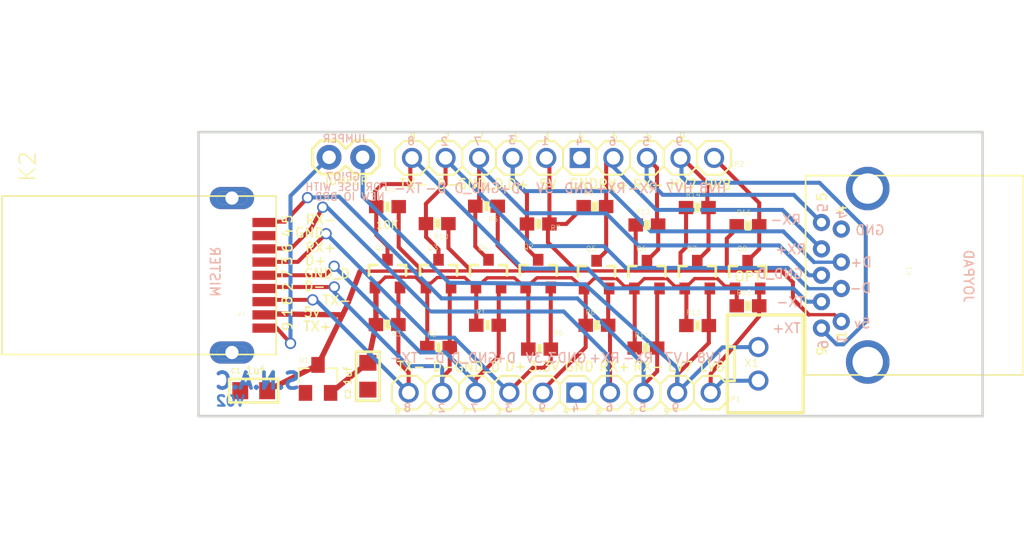
<source format=kicad_pcb>
(kicad_pcb (version 20171130) (host pcbnew "(5.1.5)-3")

  (general
    (thickness 1.6)
    (drawings 131)
    (tracks 320)
    (zones 0)
    (modules 33)
    (nets 20)
  )

  (page A4)
  (layers
    (0 Top signal)
    (31 Bottom signal)
    (32 B.Adhes user)
    (33 F.Adhes user)
    (34 B.Paste user)
    (35 F.Paste user)
    (36 B.SilkS user)
    (37 F.SilkS user)
    (38 B.Mask user)
    (39 F.Mask user)
    (40 Dwgs.User user)
    (41 Cmts.User user)
    (42 Eco1.User user)
    (43 Eco2.User user)
    (44 Edge.Cuts user)
    (45 Margin user)
    (46 B.CrtYd user)
    (47 F.CrtYd user)
    (48 B.Fab user)
    (49 F.Fab user)
  )

  (setup
    (last_trace_width 0.25)
    (trace_clearance 0.1524)
    (zone_clearance 0.508)
    (zone_45_only no)
    (trace_min 0.1778)
    (via_size 0.8)
    (via_drill 0.4)
    (via_min_size 0.4)
    (via_min_drill 0.3)
    (uvia_size 0.3)
    (uvia_drill 0.1)
    (uvias_allowed no)
    (uvia_min_size 0.2)
    (uvia_min_drill 0.1)
    (edge_width 0.05)
    (segment_width 0.2)
    (pcb_text_width 0.3)
    (pcb_text_size 1.5 1.5)
    (mod_edge_width 0.12)
    (mod_text_size 1 1)
    (mod_text_width 0.15)
    (pad_size 1.524 1.524)
    (pad_drill 0.762)
    (pad_to_mask_clearance 0.051)
    (solder_mask_min_width 0.25)
    (aux_axis_origin 0 0)
    (visible_elements FFFFFF7F)
    (pcbplotparams
      (layerselection 0x010fc_ffffffff)
      (usegerberextensions false)
      (usegerberattributes false)
      (usegerberadvancedattributes false)
      (creategerberjobfile false)
      (excludeedgelayer true)
      (linewidth 0.100000)
      (plotframeref false)
      (viasonmask false)
      (mode 1)
      (useauxorigin false)
      (hpglpennumber 1)
      (hpglpenspeed 20)
      (hpglpendiameter 15.000000)
      (psnegative false)
      (psa4output false)
      (plotreference true)
      (plotvalue true)
      (plotinvisibletext false)
      (padsonsilk false)
      (subtractmaskfromsilk false)
      (outputformat 1)
      (mirror false)
      (drillshape 1)
      (scaleselection 1)
      (outputdirectory ""))
  )

  (net 0 "")
  (net 1 VCC)
  (net 2 /LV4)
  (net 3 /HV4)
  (net 4 /LV1)
  (net 5 /HV1)
  (net 6 /LV2)
  (net 7 /HV2)
  (net 8 /LV3)
  (net 9 /HV3)
  (net 10 /LV5)
  (net 11 /HV5)
  (net 12 /LV6)
  (net 13 /HV6)
  (net 14 /LV7)
  (net 15 /HV7)
  (net 16 /LV8)
  (net 17 /HV8)
  (net 18 /GND)
  (net 19 /J1)

  (net_class Default "This is the default net class."
    (clearance 0.1524)
    (trace_width 0.25)
    (via_dia 0.8)
    (via_drill 0.4)
    (uvia_dia 0.3)
    (uvia_drill 0.1)
    (add_net /GND)
    (add_net /HV1)
    (add_net /HV2)
    (add_net /HV3)
    (add_net /HV4)
    (add_net /HV5)
    (add_net /HV6)
    (add_net /HV7)
    (add_net /HV8)
    (add_net /J1)
    (add_net /LV1)
    (add_net /LV2)
    (add_net /LV3)
    (add_net /LV4)
    (add_net /LV5)
    (add_net /LV6)
    (add_net /LV7)
    (add_net /LV8)
    (add_net VCC)
  )

  (module "SNAC  7ch USB3-5v:SOT23-3" (layer Top) (tedit 0) (tstamp 5EBF05EB)
    (at 144.5387 105.0163)
    (path /F300EB37)
    (fp_text reference Q2 (at -1.143 -1.8542) (layer F.SilkS)
      (effects (font (size 0.38608 0.38608) (thickness 0.030886)) (justify left bottom))
    )
    (fp_text value BSS138 (at -1.6598 1.0534 90) (layer F.Fab)
      (effects (font (size 0.38608 0.38608) (thickness 0.030886)) (justify left bottom))
    )
    (fp_line (start 1.4 -0.7) (end 1.4 0.1) (layer F.SilkS) (width 0.2032))
    (fp_line (start 0.8 -0.7) (end 1.4 -0.7) (layer F.SilkS) (width 0.2032))
    (fp_line (start -1.4 -0.7) (end -1.4 0.1) (layer F.SilkS) (width 0.2032))
    (fp_line (start -0.8 -0.7) (end -1.4 -0.7) (layer F.SilkS) (width 0.2032))
    (fp_line (start -1.4224 -0.6604) (end 1.4224 -0.6604) (layer F.Fab) (width 0.1524))
    (fp_line (start -1.4224 0.6604) (end -1.4224 -0.6604) (layer F.Fab) (width 0.1524))
    (fp_line (start 1.4224 0.6604) (end -1.4224 0.6604) (layer F.Fab) (width 0.1524))
    (fp_line (start 1.4224 -0.6604) (end 1.4224 0.6604) (layer F.Fab) (width 0.1524))
    (pad 1 smd rect (at -0.95 1) (size 0.8 0.9) (layers Top F.Paste F.Mask)
      (net 1 VCC) (solder_mask_margin 0.0635))
    (pad 2 smd rect (at 0.95 1) (size 0.8 0.9) (layers Top F.Paste F.Mask)
      (net 2 /LV4) (solder_mask_margin 0.0635))
    (pad 3 smd rect (at 0 -1.1) (size 0.8 0.9) (layers Top F.Paste F.Mask)
      (net 3 /HV4) (solder_mask_margin 0.0635))
  )

  (module "SNAC  7ch USB3-5v:0603-RES" (layer Top) (tedit 0) (tstamp 5EBF05F9)
    (at 144.6403 110.6805)
    (path /91847459)
    (fp_text reference R6 (at 1.0192 -0.9881) (layer F.SilkS)
      (effects (font (size 0.38608 0.38608) (thickness 0.030886)) (justify left bottom))
    )
    (fp_text value 10K (at -2.159 0.254) (layer F.Fab)
      (effects (font (size 0.38608 0.38608) (thickness 0.030886)) (justify left bottom))
    )
    (fp_poly (pts (xy -0.2286 0.381) (xy 0.2286 0.381) (xy 0.2286 -0.381) (xy -0.2286 -0.381)) (layer F.SilkS) (width 0))
    (fp_poly (pts (xy -0.1999 0.3) (xy 0.1999 0.3) (xy 0.1999 -0.3) (xy -0.1999 -0.3)) (layer F.Adhes) (width 0))
    (fp_poly (pts (xy 0.3302 0.4699) (xy 0.8303 0.4699) (xy 0.8303 -0.4801) (xy 0.3302 -0.4801)) (layer F.Fab) (width 0))
    (fp_poly (pts (xy -0.8382 0.4699) (xy -0.3381 0.4699) (xy -0.3381 -0.4801) (xy -0.8382 -0.4801)) (layer F.Fab) (width 0))
    (fp_line (start -0.356 0.419) (end 0.356 0.419) (layer F.Fab) (width 0.1016))
    (fp_line (start -0.356 -0.432) (end 0.356 -0.432) (layer F.Fab) (width 0.1016))
    (fp_line (start -1.473 0.983) (end -1.473 -0.983) (layer Dwgs.User) (width 0.0508))
    (fp_line (start 1.473 0.983) (end -1.473 0.983) (layer Dwgs.User) (width 0.0508))
    (fp_line (start 1.473 -0.983) (end 1.473 0.983) (layer Dwgs.User) (width 0.0508))
    (fp_line (start -1.473 -0.983) (end 1.473 -0.983) (layer Dwgs.User) (width 0.0508))
    (pad 2 smd rect (at 0.85 0) (size 1.1 1) (layers Top F.Paste F.Mask)
      (net 2 /LV4) (solder_mask_margin 0.0635))
    (pad 1 smd rect (at -0.85 0) (size 1.1 1) (layers Top F.Paste F.Mask)
      (net 1 VCC) (solder_mask_margin 0.0635))
  )

  (module "SNAC  7ch USB3-5v:0603-RES" (layer Top) (tedit 0) (tstamp 5EBF0608)
    (at 144.5387 101.2063 180)
    (path /6C198247)
    (fp_text reference R7 (at -0.9144 -0.5207) (layer F.SilkS)
      (effects (font (size 0.38608 0.38608) (thickness 0.030886)) (justify left bottom))
    )
    (fp_text value 10K (at -2.159 0.127) (layer F.Fab)
      (effects (font (size 0.38608 0.38608) (thickness 0.030886)) (justify left bottom))
    )
    (fp_poly (pts (xy -0.2286 0.381) (xy 0.2286 0.381) (xy 0.2286 -0.381) (xy -0.2286 -0.381)) (layer F.SilkS) (width 0))
    (fp_poly (pts (xy -0.1999 0.3) (xy 0.1999 0.3) (xy 0.1999 -0.3) (xy -0.1999 -0.3)) (layer F.Adhes) (width 0))
    (fp_poly (pts (xy 0.3302 0.4699) (xy 0.8303 0.4699) (xy 0.8303 -0.4801) (xy 0.3302 -0.4801)) (layer F.Fab) (width 0))
    (fp_poly (pts (xy -0.8382 0.4699) (xy -0.3381 0.4699) (xy -0.3381 -0.4801) (xy -0.8382 -0.4801)) (layer F.Fab) (width 0))
    (fp_line (start -0.356 0.419) (end 0.356 0.419) (layer F.Fab) (width 0.1016))
    (fp_line (start -0.356 -0.432) (end 0.356 -0.432) (layer F.Fab) (width 0.1016))
    (fp_line (start -1.473 0.983) (end -1.473 -0.983) (layer Dwgs.User) (width 0.0508))
    (fp_line (start 1.473 0.983) (end -1.473 0.983) (layer Dwgs.User) (width 0.0508))
    (fp_line (start 1.473 -0.983) (end 1.473 0.983) (layer Dwgs.User) (width 0.0508))
    (fp_line (start -1.473 -0.983) (end 1.473 -0.983) (layer Dwgs.User) (width 0.0508))
    (pad 2 smd rect (at 0.85 0 180) (size 1.1 1) (layers Top F.Paste F.Mask)
      (net 3 /HV4) (solder_mask_margin 0.0635))
    (pad 1 smd rect (at -0.85 0 180) (size 1.1 1) (layers Top F.Paste F.Mask)
      (net 1 VCC) (solder_mask_margin 0.0635))
  )

  (module "SNAC  7ch USB3-5v:SOT23-3" (layer Top) (tedit 0) (tstamp 5EBF0617)
    (at 133.1341 105.0163)
    (path /2DF1A311)
    (fp_text reference Q1 (at -0.9652 -1.778) (layer F.SilkS)
      (effects (font (size 0.38608 0.38608) (thickness 0.030886)) (justify left bottom))
    )
    (fp_text value BSS138 (at 2.011 1.0412 90) (layer F.Fab)
      (effects (font (size 0.38608 0.38608) (thickness 0.030886)) (justify left bottom))
    )
    (fp_line (start 1.4 -0.7) (end 1.4 0.1) (layer F.SilkS) (width 0.2032))
    (fp_line (start 0.8 -0.7) (end 1.4 -0.7) (layer F.SilkS) (width 0.2032))
    (fp_line (start -1.4 -0.7) (end -1.4 0.1) (layer F.SilkS) (width 0.2032))
    (fp_line (start -0.8 -0.7) (end -1.4 -0.7) (layer F.SilkS) (width 0.2032))
    (fp_line (start -1.4224 -0.6604) (end 1.4224 -0.6604) (layer F.Fab) (width 0.1524))
    (fp_line (start -1.4224 0.6604) (end -1.4224 -0.6604) (layer F.Fab) (width 0.1524))
    (fp_line (start 1.4224 0.6604) (end -1.4224 0.6604) (layer F.Fab) (width 0.1524))
    (fp_line (start 1.4224 -0.6604) (end 1.4224 0.6604) (layer F.Fab) (width 0.1524))
    (pad 1 smd rect (at -0.95 1) (size 0.8 0.9) (layers Top F.Paste F.Mask)
      (net 1 VCC) (solder_mask_margin 0.0635))
    (pad 2 smd rect (at 0.95 1) (size 0.8 0.9) (layers Top F.Paste F.Mask)
      (net 4 /LV1) (solder_mask_margin 0.0635))
    (pad 3 smd rect (at 0 -1.1) (size 0.8 0.9) (layers Top F.Paste F.Mask)
      (net 5 /HV1) (solder_mask_margin 0.0635))
  )

  (module "SNAC  7ch USB3-5v:0603-RES" (layer Top) (tedit 0) (tstamp 5EBF0625)
    (at 133.1087 108.8263)
    (path /2A684572)
    (fp_text reference R3 (at 0.2794 0.9271) (layer F.SilkS)
      (effects (font (size 0.38608 0.38608) (thickness 0.030886)) (justify left bottom))
    )
    (fp_text value 10K (at 1.27 0.127) (layer F.Fab)
      (effects (font (size 0.38608 0.38608) (thickness 0.030886)) (justify left bottom))
    )
    (fp_poly (pts (xy -0.2286 0.381) (xy 0.2286 0.381) (xy 0.2286 -0.381) (xy -0.2286 -0.381)) (layer F.SilkS) (width 0))
    (fp_poly (pts (xy -0.1999 0.3) (xy 0.1999 0.3) (xy 0.1999 -0.3) (xy -0.1999 -0.3)) (layer F.Adhes) (width 0))
    (fp_poly (pts (xy 0.3302 0.4699) (xy 0.8303 0.4699) (xy 0.8303 -0.4801) (xy 0.3302 -0.4801)) (layer F.Fab) (width 0))
    (fp_poly (pts (xy -0.8382 0.4699) (xy -0.3381 0.4699) (xy -0.3381 -0.4801) (xy -0.8382 -0.4801)) (layer F.Fab) (width 0))
    (fp_line (start -0.356 0.419) (end 0.356 0.419) (layer F.Fab) (width 0.1016))
    (fp_line (start -0.356 -0.432) (end 0.356 -0.432) (layer F.Fab) (width 0.1016))
    (fp_line (start -1.473 0.983) (end -1.473 -0.983) (layer Dwgs.User) (width 0.0508))
    (fp_line (start 1.473 0.983) (end -1.473 0.983) (layer Dwgs.User) (width 0.0508))
    (fp_line (start 1.473 -0.983) (end 1.473 0.983) (layer Dwgs.User) (width 0.0508))
    (fp_line (start -1.473 -0.983) (end 1.473 -0.983) (layer Dwgs.User) (width 0.0508))
    (pad 2 smd rect (at 0.85 0) (size 1.1 1) (layers Top F.Paste F.Mask)
      (net 4 /LV1) (solder_mask_margin 0.0635))
    (pad 1 smd rect (at -0.85 0) (size 1.1 1) (layers Top F.Paste F.Mask)
      (net 1 VCC) (solder_mask_margin 0.0635))
  )

  (module "SNAC  7ch USB3-5v:0603-RES" (layer Top) (tedit 0) (tstamp 5EBF0634)
    (at 133.131559 99.890579 180)
    (path /30FCCEAE)
    (fp_text reference R4 (at 0.1524 0.9779) (layer F.SilkS)
      (effects (font (size 0.38608 0.38608) (thickness 0.030886)) (justify left bottom))
    )
    (fp_text value 10K (at -1.143 -0.254) (layer F.Fab)
      (effects (font (size 0.38608 0.38608) (thickness 0.030886)) (justify left bottom))
    )
    (fp_poly (pts (xy -0.2286 0.381) (xy 0.2286 0.381) (xy 0.2286 -0.381) (xy -0.2286 -0.381)) (layer F.SilkS) (width 0))
    (fp_poly (pts (xy -0.1999 0.3) (xy 0.1999 0.3) (xy 0.1999 -0.3) (xy -0.1999 -0.3)) (layer F.Adhes) (width 0))
    (fp_poly (pts (xy 0.3302 0.4699) (xy 0.8303 0.4699) (xy 0.8303 -0.4801) (xy 0.3302 -0.4801)) (layer F.Fab) (width 0))
    (fp_poly (pts (xy -0.8382 0.4699) (xy -0.3381 0.4699) (xy -0.3381 -0.4801) (xy -0.8382 -0.4801)) (layer F.Fab) (width 0))
    (fp_line (start -0.356 0.419) (end 0.356 0.419) (layer F.Fab) (width 0.1016))
    (fp_line (start -0.356 -0.432) (end 0.356 -0.432) (layer F.Fab) (width 0.1016))
    (fp_line (start -1.473 0.983) (end -1.473 -0.983) (layer Dwgs.User) (width 0.0508))
    (fp_line (start 1.473 0.983) (end -1.473 0.983) (layer Dwgs.User) (width 0.0508))
    (fp_line (start 1.473 -0.983) (end 1.473 0.983) (layer Dwgs.User) (width 0.0508))
    (fp_line (start -1.473 -0.983) (end 1.473 -0.983) (layer Dwgs.User) (width 0.0508))
    (pad 2 smd rect (at 0.85 0 180) (size 1.1 1) (layers Top F.Paste F.Mask)
      (net 5 /HV1) (solder_mask_margin 0.0635))
    (pad 1 smd rect (at -0.85 0 180) (size 1.1 1) (layers Top F.Paste F.Mask)
      (net 1 VCC) (solder_mask_margin 0.0635))
  )

  (module "SNAC  7ch USB3-5v:SOT23-3" (layer Top) (tedit 0) (tstamp 5EBF0643)
    (at 136.9949 105.0163)
    (path /9551BA40)
    (fp_text reference Q3 (at -0.8255 -1.778) (layer F.SilkS)
      (effects (font (size 0.38608 0.38608) (thickness 0.032512)) (justify left bottom))
    )
    (fp_text value BSS138 (at -1.016 0.1905) (layer F.Fab)
      (effects (font (size 0.38608 0.38608) (thickness 0.032512)) (justify left bottom))
    )
    (fp_line (start 1.4 -0.7) (end 1.4 0.1) (layer F.SilkS) (width 0.2032))
    (fp_line (start 0.8 -0.7) (end 1.4 -0.7) (layer F.SilkS) (width 0.2032))
    (fp_line (start -1.4 -0.7) (end -1.4 0.1) (layer F.SilkS) (width 0.2032))
    (fp_line (start -0.8 -0.7) (end -1.4 -0.7) (layer F.SilkS) (width 0.2032))
    (fp_line (start -1.4224 -0.6604) (end 1.4224 -0.6604) (layer F.Fab) (width 0.1524))
    (fp_line (start -1.4224 0.6604) (end -1.4224 -0.6604) (layer F.Fab) (width 0.1524))
    (fp_line (start 1.4224 0.6604) (end -1.4224 0.6604) (layer F.Fab) (width 0.1524))
    (fp_line (start 1.4224 -0.6604) (end 1.4224 0.6604) (layer F.Fab) (width 0.1524))
    (pad 1 smd rect (at -0.95 1) (size 0.8 0.9) (layers Top F.Paste F.Mask)
      (net 1 VCC) (solder_mask_margin 0.0635))
    (pad 2 smd rect (at 0.95 1) (size 0.8 0.9) (layers Top F.Paste F.Mask)
      (net 6 /LV2) (solder_mask_margin 0.0635))
    (pad 3 smd rect (at 0 -1.1) (size 0.8 0.9) (layers Top F.Paste F.Mask)
      (net 7 /HV2) (solder_mask_margin 0.0635))
  )

  (module "SNAC  7ch USB3-5v:0603-RES" (layer Top) (tedit 0) (tstamp 5EBF0651)
    (at 136.9949 110.5535)
    (path /0F3C4881)
    (fp_text reference R2 (at -0.889 -0.762) (layer F.SilkS)
      (effects (font (size 0.38608 0.38608) (thickness 0.032512)) (justify left bottom))
    )
    (fp_text value 10K (at -1.016 1.143) (layer F.Fab)
      (effects (font (size 0.38608 0.38608) (thickness 0.032512)) (justify left bottom))
    )
    (fp_poly (pts (xy -0.2286 0.381) (xy 0.2286 0.381) (xy 0.2286 -0.381) (xy -0.2286 -0.381)) (layer F.SilkS) (width 0))
    (fp_poly (pts (xy -0.1999 0.3) (xy 0.1999 0.3) (xy 0.1999 -0.3) (xy -0.1999 -0.3)) (layer F.Adhes) (width 0))
    (fp_poly (pts (xy 0.3302 0.4699) (xy 0.8303 0.4699) (xy 0.8303 -0.4801) (xy 0.3302 -0.4801)) (layer F.Fab) (width 0))
    (fp_poly (pts (xy -0.8382 0.4699) (xy -0.3381 0.4699) (xy -0.3381 -0.4801) (xy -0.8382 -0.4801)) (layer F.Fab) (width 0))
    (fp_line (start -0.356 0.419) (end 0.356 0.419) (layer F.Fab) (width 0.1016))
    (fp_line (start -0.356 -0.432) (end 0.356 -0.432) (layer F.Fab) (width 0.1016))
    (fp_line (start -1.473 0.983) (end -1.473 -0.983) (layer Dwgs.User) (width 0.0508))
    (fp_line (start 1.473 0.983) (end -1.473 0.983) (layer Dwgs.User) (width 0.0508))
    (fp_line (start 1.473 -0.983) (end 1.473 0.983) (layer Dwgs.User) (width 0.0508))
    (fp_line (start -1.473 -0.983) (end 1.473 -0.983) (layer Dwgs.User) (width 0.0508))
    (pad 2 smd rect (at 0.85 0) (size 1.1 1) (layers Top F.Paste F.Mask)
      (net 6 /LV2) (solder_mask_margin 0.0635))
    (pad 1 smd rect (at -0.85 0) (size 1.1 1) (layers Top F.Paste F.Mask)
      (net 1 VCC) (solder_mask_margin 0.0635))
  )

  (module "SNAC  7ch USB3-5v:0603-RES" (layer Top) (tedit 0) (tstamp 5EBF0660)
    (at 136.8933 101.1809 180)
    (path /41718522)
    (fp_text reference R10 (at -0.889 -0.762 180) (layer F.SilkS)
      (effects (font (size 0.38608 0.38608) (thickness 0.032512)) (justify right top))
    )
    (fp_text value 10K (at -1.016 1.143 180) (layer F.Fab)
      (effects (font (size 0.38608 0.38608) (thickness 0.032512)) (justify right top))
    )
    (fp_poly (pts (xy -0.2286 0.381) (xy 0.2286 0.381) (xy 0.2286 -0.381) (xy -0.2286 -0.381)) (layer F.SilkS) (width 0))
    (fp_poly (pts (xy -0.1999 0.3) (xy 0.1999 0.3) (xy 0.1999 -0.3) (xy -0.1999 -0.3)) (layer F.Adhes) (width 0))
    (fp_poly (pts (xy 0.3302 0.4699) (xy 0.8303 0.4699) (xy 0.8303 -0.4801) (xy 0.3302 -0.4801)) (layer F.Fab) (width 0))
    (fp_poly (pts (xy -0.8382 0.4699) (xy -0.3381 0.4699) (xy -0.3381 -0.4801) (xy -0.8382 -0.4801)) (layer F.Fab) (width 0))
    (fp_line (start -0.356 0.419) (end 0.356 0.419) (layer F.Fab) (width 0.1016))
    (fp_line (start -0.356 -0.432) (end 0.356 -0.432) (layer F.Fab) (width 0.1016))
    (fp_line (start -1.473 0.983) (end -1.473 -0.983) (layer Dwgs.User) (width 0.0508))
    (fp_line (start 1.473 0.983) (end -1.473 0.983) (layer Dwgs.User) (width 0.0508))
    (fp_line (start 1.473 -0.983) (end 1.473 0.983) (layer Dwgs.User) (width 0.0508))
    (fp_line (start -1.473 -0.983) (end 1.473 -0.983) (layer Dwgs.User) (width 0.0508))
    (pad 2 smd rect (at 0.85 0 180) (size 1.1 1) (layers Top F.Paste F.Mask)
      (net 7 /HV2) (solder_mask_margin 0.0635))
    (pad 1 smd rect (at -0.85 0 180) (size 1.1 1) (layers Top F.Paste F.Mask)
      (net 1 VCC) (solder_mask_margin 0.0635))
  )

  (module "SNAC  7ch USB3-5v:SOT23-3" (layer Top) (tedit 0) (tstamp 5EBF066F)
    (at 140.7795 105.0163)
    (path /2D088A71)
    (fp_text reference Q4 (at -0.8255 -1.778) (layer F.SilkS)
      (effects (font (size 0.38608 0.38608) (thickness 0.032512)) (justify left bottom))
    )
    (fp_text value BSS138 (at -1.016 0.1905) (layer F.Fab)
      (effects (font (size 0.38608 0.38608) (thickness 0.032512)) (justify left bottom))
    )
    (fp_line (start 1.4 -0.7) (end 1.4 0.1) (layer F.SilkS) (width 0.2032))
    (fp_line (start 0.8 -0.7) (end 1.4 -0.7) (layer F.SilkS) (width 0.2032))
    (fp_line (start -1.4 -0.7) (end -1.4 0.1) (layer F.SilkS) (width 0.2032))
    (fp_line (start -0.8 -0.7) (end -1.4 -0.7) (layer F.SilkS) (width 0.2032))
    (fp_line (start -1.4224 -0.6604) (end 1.4224 -0.6604) (layer F.Fab) (width 0.1524))
    (fp_line (start -1.4224 0.6604) (end -1.4224 -0.6604) (layer F.Fab) (width 0.1524))
    (fp_line (start 1.4224 0.6604) (end -1.4224 0.6604) (layer F.Fab) (width 0.1524))
    (fp_line (start 1.4224 -0.6604) (end 1.4224 0.6604) (layer F.Fab) (width 0.1524))
    (pad 1 smd rect (at -0.95 1) (size 0.8 0.9) (layers Top F.Paste F.Mask)
      (net 1 VCC) (solder_mask_margin 0.0635))
    (pad 2 smd rect (at 0.95 1) (size 0.8 0.9) (layers Top F.Paste F.Mask)
      (net 8 /LV3) (solder_mask_margin 0.0635))
    (pad 3 smd rect (at 0 -1.1) (size 0.8 0.9) (layers Top F.Paste F.Mask)
      (net 9 /HV3) (solder_mask_margin 0.0635))
  )

  (module "SNAC  7ch USB3-5v:0603-RES" (layer Top) (tedit 0) (tstamp 5EBF067D)
    (at 140.7033 108.8771)
    (path /DE04AF3C)
    (fp_text reference R1 (at -0.889 -0.762) (layer F.SilkS)
      (effects (font (size 0.38608 0.38608) (thickness 0.032512)) (justify left bottom))
    )
    (fp_text value 10K (at -1.016 1.143) (layer F.Fab)
      (effects (font (size 0.38608 0.38608) (thickness 0.032512)) (justify left bottom))
    )
    (fp_poly (pts (xy -0.2286 0.381) (xy 0.2286 0.381) (xy 0.2286 -0.381) (xy -0.2286 -0.381)) (layer F.SilkS) (width 0))
    (fp_poly (pts (xy -0.1999 0.3) (xy 0.1999 0.3) (xy 0.1999 -0.3) (xy -0.1999 -0.3)) (layer F.Adhes) (width 0))
    (fp_poly (pts (xy 0.3302 0.4699) (xy 0.8303 0.4699) (xy 0.8303 -0.4801) (xy 0.3302 -0.4801)) (layer F.Fab) (width 0))
    (fp_poly (pts (xy -0.8382 0.4699) (xy -0.3381 0.4699) (xy -0.3381 -0.4801) (xy -0.8382 -0.4801)) (layer F.Fab) (width 0))
    (fp_line (start -0.356 0.419) (end 0.356 0.419) (layer F.Fab) (width 0.1016))
    (fp_line (start -0.356 -0.432) (end 0.356 -0.432) (layer F.Fab) (width 0.1016))
    (fp_line (start -1.473 0.983) (end -1.473 -0.983) (layer Dwgs.User) (width 0.0508))
    (fp_line (start 1.473 0.983) (end -1.473 0.983) (layer Dwgs.User) (width 0.0508))
    (fp_line (start 1.473 -0.983) (end 1.473 0.983) (layer Dwgs.User) (width 0.0508))
    (fp_line (start -1.473 -0.983) (end 1.473 -0.983) (layer Dwgs.User) (width 0.0508))
    (pad 2 smd rect (at 0.85 0) (size 1.1 1) (layers Top F.Paste F.Mask)
      (net 8 /LV3) (solder_mask_margin 0.0635))
    (pad 1 smd rect (at -0.85 0) (size 1.1 1) (layers Top F.Paste F.Mask)
      (net 1 VCC) (solder_mask_margin 0.0635))
  )

  (module "SNAC  7ch USB3-5v:0603-RES" (layer Top) (tedit 0) (tstamp 5EBF068C)
    (at 140.6271 99.8601 180)
    (path /40871C63)
    (fp_text reference R5 (at -0.889 -0.762 180) (layer F.SilkS)
      (effects (font (size 0.38608 0.38608) (thickness 0.032512)) (justify right top))
    )
    (fp_text value 10K (at -1.016 1.143 180) (layer F.Fab)
      (effects (font (size 0.38608 0.38608) (thickness 0.032512)) (justify right top))
    )
    (fp_poly (pts (xy -0.2286 0.381) (xy 0.2286 0.381) (xy 0.2286 -0.381) (xy -0.2286 -0.381)) (layer F.SilkS) (width 0))
    (fp_poly (pts (xy -0.1999 0.3) (xy 0.1999 0.3) (xy 0.1999 -0.3) (xy -0.1999 -0.3)) (layer F.Adhes) (width 0))
    (fp_poly (pts (xy 0.3302 0.4699) (xy 0.8303 0.4699) (xy 0.8303 -0.4801) (xy 0.3302 -0.4801)) (layer F.Fab) (width 0))
    (fp_poly (pts (xy -0.8382 0.4699) (xy -0.3381 0.4699) (xy -0.3381 -0.4801) (xy -0.8382 -0.4801)) (layer F.Fab) (width 0))
    (fp_line (start -0.356 0.419) (end 0.356 0.419) (layer F.Fab) (width 0.1016))
    (fp_line (start -0.356 -0.432) (end 0.356 -0.432) (layer F.Fab) (width 0.1016))
    (fp_line (start -1.473 0.983) (end -1.473 -0.983) (layer Dwgs.User) (width 0.0508))
    (fp_line (start 1.473 0.983) (end -1.473 0.983) (layer Dwgs.User) (width 0.0508))
    (fp_line (start 1.473 -0.983) (end 1.473 0.983) (layer Dwgs.User) (width 0.0508))
    (fp_line (start -1.473 -0.983) (end 1.473 -0.983) (layer Dwgs.User) (width 0.0508))
    (pad 2 smd rect (at 0.85 0 180) (size 1.1 1) (layers Top F.Paste F.Mask)
      (net 9 /HV3) (solder_mask_margin 0.0635))
    (pad 1 smd rect (at -0.85 0 180) (size 1.1 1) (layers Top F.Paste F.Mask)
      (net 1 VCC) (solder_mask_margin 0.0635))
  )

  (module "SNAC  7ch USB3-5v:SOT23-3" (layer Top) (tedit 0) (tstamp 5EBF069B)
    (at 148.9583 105.0925)
    (path /AC785B90)
    (fp_text reference Q5 (at -0.8255 -1.778) (layer F.SilkS)
      (effects (font (size 0.38608 0.38608) (thickness 0.032512)) (justify left bottom))
    )
    (fp_text value BSS138 (at -1.016 0.1905) (layer F.Fab)
      (effects (font (size 0.38608 0.38608) (thickness 0.032512)) (justify left bottom))
    )
    (fp_line (start 1.4 -0.7) (end 1.4 0.1) (layer F.SilkS) (width 0.2032))
    (fp_line (start 0.8 -0.7) (end 1.4 -0.7) (layer F.SilkS) (width 0.2032))
    (fp_line (start -1.4 -0.7) (end -1.4 0.1) (layer F.SilkS) (width 0.2032))
    (fp_line (start -0.8 -0.7) (end -1.4 -0.7) (layer F.SilkS) (width 0.2032))
    (fp_line (start -1.4224 -0.6604) (end 1.4224 -0.6604) (layer F.Fab) (width 0.1524))
    (fp_line (start -1.4224 0.6604) (end -1.4224 -0.6604) (layer F.Fab) (width 0.1524))
    (fp_line (start 1.4224 0.6604) (end -1.4224 0.6604) (layer F.Fab) (width 0.1524))
    (fp_line (start 1.4224 -0.6604) (end 1.4224 0.6604) (layer F.Fab) (width 0.1524))
    (pad 1 smd rect (at -0.95 1) (size 0.8 0.9) (layers Top F.Paste F.Mask)
      (net 1 VCC) (solder_mask_margin 0.0635))
    (pad 2 smd rect (at 0.95 1) (size 0.8 0.9) (layers Top F.Paste F.Mask)
      (net 10 /LV5) (solder_mask_margin 0.0635))
    (pad 3 smd rect (at 0 -1.1) (size 0.8 0.9) (layers Top F.Paste F.Mask)
      (net 11 /HV5) (solder_mask_margin 0.0635))
  )

  (module "SNAC  7ch USB3-5v:0603-RES" (layer Top) (tedit 0) (tstamp 5EBF06A9)
    (at 148.9837 108.8771)
    (path /B154411E)
    (fp_text reference R8 (at -0.889 -0.762) (layer F.SilkS)
      (effects (font (size 0.38608 0.38608) (thickness 0.032512)) (justify left bottom))
    )
    (fp_text value 10K (at -1.016 1.143) (layer F.Fab)
      (effects (font (size 0.38608 0.38608) (thickness 0.032512)) (justify left bottom))
    )
    (fp_poly (pts (xy -0.2286 0.381) (xy 0.2286 0.381) (xy 0.2286 -0.381) (xy -0.2286 -0.381)) (layer F.SilkS) (width 0))
    (fp_poly (pts (xy -0.1999 0.3) (xy 0.1999 0.3) (xy 0.1999 -0.3) (xy -0.1999 -0.3)) (layer F.Adhes) (width 0))
    (fp_poly (pts (xy 0.3302 0.4699) (xy 0.8303 0.4699) (xy 0.8303 -0.4801) (xy 0.3302 -0.4801)) (layer F.Fab) (width 0))
    (fp_poly (pts (xy -0.8382 0.4699) (xy -0.3381 0.4699) (xy -0.3381 -0.4801) (xy -0.8382 -0.4801)) (layer F.Fab) (width 0))
    (fp_line (start -0.356 0.419) (end 0.356 0.419) (layer F.Fab) (width 0.1016))
    (fp_line (start -0.356 -0.432) (end 0.356 -0.432) (layer F.Fab) (width 0.1016))
    (fp_line (start -1.473 0.983) (end -1.473 -0.983) (layer Dwgs.User) (width 0.0508))
    (fp_line (start 1.473 0.983) (end -1.473 0.983) (layer Dwgs.User) (width 0.0508))
    (fp_line (start 1.473 -0.983) (end 1.473 0.983) (layer Dwgs.User) (width 0.0508))
    (fp_line (start -1.473 -0.983) (end 1.473 -0.983) (layer Dwgs.User) (width 0.0508))
    (pad 2 smd rect (at 0.85 0) (size 1.1 1) (layers Top F.Paste F.Mask)
      (net 10 /LV5) (solder_mask_margin 0.0635))
    (pad 1 smd rect (at -0.85 0) (size 1.1 1) (layers Top F.Paste F.Mask)
      (net 1 VCC) (solder_mask_margin 0.0635))
  )

  (module "SNAC  7ch USB3-5v:0603-RES" (layer Top) (tedit 0) (tstamp 5EBF06B8)
    (at 148.8313 99.8855)
    (path /A33C9AC9)
    (fp_text reference R9 (at -0.889 -0.762) (layer F.SilkS)
      (effects (font (size 0.38608 0.38608) (thickness 0.032512)) (justify left bottom))
    )
    (fp_text value 10K (at -1.016 1.143) (layer F.Fab)
      (effects (font (size 0.38608 0.38608) (thickness 0.032512)) (justify left bottom))
    )
    (fp_poly (pts (xy -0.2286 0.381) (xy 0.2286 0.381) (xy 0.2286 -0.381) (xy -0.2286 -0.381)) (layer F.SilkS) (width 0))
    (fp_poly (pts (xy -0.1999 0.3) (xy 0.1999 0.3) (xy 0.1999 -0.3) (xy -0.1999 -0.3)) (layer F.Adhes) (width 0))
    (fp_poly (pts (xy 0.3302 0.4699) (xy 0.8303 0.4699) (xy 0.8303 -0.4801) (xy 0.3302 -0.4801)) (layer F.Fab) (width 0))
    (fp_poly (pts (xy -0.8382 0.4699) (xy -0.3381 0.4699) (xy -0.3381 -0.4801) (xy -0.8382 -0.4801)) (layer F.Fab) (width 0))
    (fp_line (start -0.356 0.419) (end 0.356 0.419) (layer F.Fab) (width 0.1016))
    (fp_line (start -0.356 -0.432) (end 0.356 -0.432) (layer F.Fab) (width 0.1016))
    (fp_line (start -1.473 0.983) (end -1.473 -0.983) (layer Dwgs.User) (width 0.0508))
    (fp_line (start 1.473 0.983) (end -1.473 0.983) (layer Dwgs.User) (width 0.0508))
    (fp_line (start 1.473 -0.983) (end 1.473 0.983) (layer Dwgs.User) (width 0.0508))
    (fp_line (start -1.473 -0.983) (end 1.473 -0.983) (layer Dwgs.User) (width 0.0508))
    (pad 2 smd rect (at 0.85 0) (size 1.1 1) (layers Top F.Paste F.Mask)
      (net 11 /HV5) (solder_mask_margin 0.0635))
    (pad 1 smd rect (at -0.85 0) (size 1.1 1) (layers Top F.Paste F.Mask)
      (net 1 VCC) (solder_mask_margin 0.0635))
  )

  (module "SNAC  7ch USB3-5v:SOT23-3" (layer Top) (tedit 0) (tstamp 5EBF06C7)
    (at 152.7683 105.0925)
    (path /982FA5BE)
    (fp_text reference Q6 (at -0.8255 -1.778) (layer F.SilkS)
      (effects (font (size 0.38608 0.38608) (thickness 0.032512)) (justify left bottom))
    )
    (fp_text value BSS138 (at -1.016 0.1905) (layer F.Fab)
      (effects (font (size 0.38608 0.38608) (thickness 0.032512)) (justify left bottom))
    )
    (fp_line (start 1.4 -0.7) (end 1.4 0.1) (layer F.SilkS) (width 0.2032))
    (fp_line (start 0.8 -0.7) (end 1.4 -0.7) (layer F.SilkS) (width 0.2032))
    (fp_line (start -1.4 -0.7) (end -1.4 0.1) (layer F.SilkS) (width 0.2032))
    (fp_line (start -0.8 -0.7) (end -1.4 -0.7) (layer F.SilkS) (width 0.2032))
    (fp_line (start -1.4224 -0.6604) (end 1.4224 -0.6604) (layer F.Fab) (width 0.1524))
    (fp_line (start -1.4224 0.6604) (end -1.4224 -0.6604) (layer F.Fab) (width 0.1524))
    (fp_line (start 1.4224 0.6604) (end -1.4224 0.6604) (layer F.Fab) (width 0.1524))
    (fp_line (start 1.4224 -0.6604) (end 1.4224 0.6604) (layer F.Fab) (width 0.1524))
    (pad 1 smd rect (at -0.95 1) (size 0.8 0.9) (layers Top F.Paste F.Mask)
      (net 1 VCC) (solder_mask_margin 0.0635))
    (pad 2 smd rect (at 0.95 1) (size 0.8 0.9) (layers Top F.Paste F.Mask)
      (net 12 /LV6) (solder_mask_margin 0.0635))
    (pad 3 smd rect (at 0 -1.1) (size 0.8 0.9) (layers Top F.Paste F.Mask)
      (net 13 /HV6) (solder_mask_margin 0.0635))
  )

  (module "SNAC  7ch USB3-5v:0603-RES" (layer Top) (tedit 0) (tstamp 5EBF06D5)
    (at 152.6921 110.6043)
    (path /B75FF5DF)
    (fp_text reference R11 (at -0.889 -0.762) (layer F.SilkS)
      (effects (font (size 0.38608 0.38608) (thickness 0.032512)) (justify left bottom))
    )
    (fp_text value 10K (at -1.016 1.143) (layer F.Fab)
      (effects (font (size 0.38608 0.38608) (thickness 0.032512)) (justify left bottom))
    )
    (fp_poly (pts (xy -0.2286 0.381) (xy 0.2286 0.381) (xy 0.2286 -0.381) (xy -0.2286 -0.381)) (layer F.SilkS) (width 0))
    (fp_poly (pts (xy -0.1999 0.3) (xy 0.1999 0.3) (xy 0.1999 -0.3) (xy -0.1999 -0.3)) (layer F.Adhes) (width 0))
    (fp_poly (pts (xy 0.3302 0.4699) (xy 0.8303 0.4699) (xy 0.8303 -0.4801) (xy 0.3302 -0.4801)) (layer F.Fab) (width 0))
    (fp_poly (pts (xy -0.8382 0.4699) (xy -0.3381 0.4699) (xy -0.3381 -0.4801) (xy -0.8382 -0.4801)) (layer F.Fab) (width 0))
    (fp_line (start -0.356 0.419) (end 0.356 0.419) (layer F.Fab) (width 0.1016))
    (fp_line (start -0.356 -0.432) (end 0.356 -0.432) (layer F.Fab) (width 0.1016))
    (fp_line (start -1.473 0.983) (end -1.473 -0.983) (layer Dwgs.User) (width 0.0508))
    (fp_line (start 1.473 0.983) (end -1.473 0.983) (layer Dwgs.User) (width 0.0508))
    (fp_line (start 1.473 -0.983) (end 1.473 0.983) (layer Dwgs.User) (width 0.0508))
    (fp_line (start -1.473 -0.983) (end 1.473 -0.983) (layer Dwgs.User) (width 0.0508))
    (pad 2 smd rect (at 0.85 0) (size 1.1 1) (layers Top F.Paste F.Mask)
      (net 12 /LV6) (solder_mask_margin 0.0635))
    (pad 1 smd rect (at -0.85 0) (size 1.1 1) (layers Top F.Paste F.Mask)
      (net 1 VCC) (solder_mask_margin 0.0635))
  )

  (module "SNAC  7ch USB3-5v:0603-RES" (layer Top) (tedit 0) (tstamp 5EBF06E4)
    (at 152.7683 101.2825)
    (path /7801EE94)
    (fp_text reference R12 (at -0.889 -0.762) (layer F.SilkS)
      (effects (font (size 0.38608 0.38608) (thickness 0.032512)) (justify left bottom))
    )
    (fp_text value 10K (at -1.016 1.143) (layer F.Fab)
      (effects (font (size 0.38608 0.38608) (thickness 0.032512)) (justify left bottom))
    )
    (fp_poly (pts (xy -0.2286 0.381) (xy 0.2286 0.381) (xy 0.2286 -0.381) (xy -0.2286 -0.381)) (layer F.SilkS) (width 0))
    (fp_poly (pts (xy -0.1999 0.3) (xy 0.1999 0.3) (xy 0.1999 -0.3) (xy -0.1999 -0.3)) (layer F.Adhes) (width 0))
    (fp_poly (pts (xy 0.3302 0.4699) (xy 0.8303 0.4699) (xy 0.8303 -0.4801) (xy 0.3302 -0.4801)) (layer F.Fab) (width 0))
    (fp_poly (pts (xy -0.8382 0.4699) (xy -0.3381 0.4699) (xy -0.3381 -0.4801) (xy -0.8382 -0.4801)) (layer F.Fab) (width 0))
    (fp_line (start -0.356 0.419) (end 0.356 0.419) (layer F.Fab) (width 0.1016))
    (fp_line (start -0.356 -0.432) (end 0.356 -0.432) (layer F.Fab) (width 0.1016))
    (fp_line (start -1.473 0.983) (end -1.473 -0.983) (layer Dwgs.User) (width 0.0508))
    (fp_line (start 1.473 0.983) (end -1.473 0.983) (layer Dwgs.User) (width 0.0508))
    (fp_line (start 1.473 -0.983) (end 1.473 0.983) (layer Dwgs.User) (width 0.0508))
    (fp_line (start -1.473 -0.983) (end 1.473 -0.983) (layer Dwgs.User) (width 0.0508))
    (pad 2 smd rect (at 0.85 0) (size 1.1 1) (layers Top F.Paste F.Mask)
      (net 13 /HV6) (solder_mask_margin 0.0635))
    (pad 1 smd rect (at -0.85 0) (size 1.1 1) (layers Top F.Paste F.Mask)
      (net 1 VCC) (solder_mask_margin 0.0635))
  )

  (module "SNAC  7ch USB3-5v:SOT23-3" (layer Top) (tedit 0) (tstamp 5EBF06F3)
    (at 156.5783 105.0925)
    (path /657E0C87)
    (fp_text reference Q7 (at -0.8255 -1.778) (layer F.SilkS)
      (effects (font (size 0.38608 0.38608) (thickness 0.032512)) (justify left bottom))
    )
    (fp_text value BSS138 (at -1.016 0.1905) (layer F.Fab)
      (effects (font (size 0.38608 0.38608) (thickness 0.032512)) (justify left bottom))
    )
    (fp_line (start 1.4 -0.7) (end 1.4 0.1) (layer F.SilkS) (width 0.2032))
    (fp_line (start 0.8 -0.7) (end 1.4 -0.7) (layer F.SilkS) (width 0.2032))
    (fp_line (start -1.4 -0.7) (end -1.4 0.1) (layer F.SilkS) (width 0.2032))
    (fp_line (start -0.8 -0.7) (end -1.4 -0.7) (layer F.SilkS) (width 0.2032))
    (fp_line (start -1.4224 -0.6604) (end 1.4224 -0.6604) (layer F.Fab) (width 0.1524))
    (fp_line (start -1.4224 0.6604) (end -1.4224 -0.6604) (layer F.Fab) (width 0.1524))
    (fp_line (start 1.4224 0.6604) (end -1.4224 0.6604) (layer F.Fab) (width 0.1524))
    (fp_line (start 1.4224 -0.6604) (end 1.4224 0.6604) (layer F.Fab) (width 0.1524))
    (pad 1 smd rect (at -0.95 1) (size 0.8 0.9) (layers Top F.Paste F.Mask)
      (net 1 VCC) (solder_mask_margin 0.0635))
    (pad 2 smd rect (at 0.95 1) (size 0.8 0.9) (layers Top F.Paste F.Mask)
      (net 14 /LV7) (solder_mask_margin 0.0635))
    (pad 3 smd rect (at 0 -1.1) (size 0.8 0.9) (layers Top F.Paste F.Mask)
      (net 15 /HV7) (solder_mask_margin 0.0635))
  )

  (module "SNAC  7ch USB3-5v:0603-RES" (layer Top) (tedit 0) (tstamp 5EBF0701)
    (at 156.6037 108.9025)
    (path /D746B1A6)
    (fp_text reference R13 (at -0.889 -0.762) (layer F.SilkS)
      (effects (font (size 0.38608 0.38608) (thickness 0.032512)) (justify left bottom))
    )
    (fp_text value 10K (at -1.016 1.143) (layer F.Fab)
      (effects (font (size 0.38608 0.38608) (thickness 0.032512)) (justify left bottom))
    )
    (fp_poly (pts (xy -0.2286 0.381) (xy 0.2286 0.381) (xy 0.2286 -0.381) (xy -0.2286 -0.381)) (layer F.SilkS) (width 0))
    (fp_poly (pts (xy -0.1999 0.3) (xy 0.1999 0.3) (xy 0.1999 -0.3) (xy -0.1999 -0.3)) (layer F.Adhes) (width 0))
    (fp_poly (pts (xy 0.3302 0.4699) (xy 0.8303 0.4699) (xy 0.8303 -0.4801) (xy 0.3302 -0.4801)) (layer F.Fab) (width 0))
    (fp_poly (pts (xy -0.8382 0.4699) (xy -0.3381 0.4699) (xy -0.3381 -0.4801) (xy -0.8382 -0.4801)) (layer F.Fab) (width 0))
    (fp_line (start -0.356 0.419) (end 0.356 0.419) (layer F.Fab) (width 0.1016))
    (fp_line (start -0.356 -0.432) (end 0.356 -0.432) (layer F.Fab) (width 0.1016))
    (fp_line (start -1.473 0.983) (end -1.473 -0.983) (layer Dwgs.User) (width 0.0508))
    (fp_line (start 1.473 0.983) (end -1.473 0.983) (layer Dwgs.User) (width 0.0508))
    (fp_line (start 1.473 -0.983) (end 1.473 0.983) (layer Dwgs.User) (width 0.0508))
    (fp_line (start -1.473 -0.983) (end 1.473 -0.983) (layer Dwgs.User) (width 0.0508))
    (pad 2 smd rect (at 0.85 0) (size 1.1 1) (layers Top F.Paste F.Mask)
      (net 14 /LV7) (solder_mask_margin 0.0635))
    (pad 1 smd rect (at -0.85 0) (size 1.1 1) (layers Top F.Paste F.Mask)
      (net 1 VCC) (solder_mask_margin 0.0635))
  )

  (module "SNAC  7ch USB3-5v:0603-RES" (layer Top) (tedit 0) (tstamp 5EBF0710)
    (at 156.5783 99.9617)
    (path /D8D65282)
    (fp_text reference R14 (at -0.889 -0.762) (layer F.SilkS)
      (effects (font (size 0.38608 0.38608) (thickness 0.032512)) (justify left bottom))
    )
    (fp_text value 10K (at -1.016 1.143) (layer F.Fab)
      (effects (font (size 0.38608 0.38608) (thickness 0.032512)) (justify left bottom))
    )
    (fp_poly (pts (xy -0.2286 0.381) (xy 0.2286 0.381) (xy 0.2286 -0.381) (xy -0.2286 -0.381)) (layer F.SilkS) (width 0))
    (fp_poly (pts (xy -0.1999 0.3) (xy 0.1999 0.3) (xy 0.1999 -0.3) (xy -0.1999 -0.3)) (layer F.Adhes) (width 0))
    (fp_poly (pts (xy 0.3302 0.4699) (xy 0.8303 0.4699) (xy 0.8303 -0.4801) (xy 0.3302 -0.4801)) (layer F.Fab) (width 0))
    (fp_poly (pts (xy -0.8382 0.4699) (xy -0.3381 0.4699) (xy -0.3381 -0.4801) (xy -0.8382 -0.4801)) (layer F.Fab) (width 0))
    (fp_line (start -0.356 0.419) (end 0.356 0.419) (layer F.Fab) (width 0.1016))
    (fp_line (start -0.356 -0.432) (end 0.356 -0.432) (layer F.Fab) (width 0.1016))
    (fp_line (start -1.473 0.983) (end -1.473 -0.983) (layer Dwgs.User) (width 0.0508))
    (fp_line (start 1.473 0.983) (end -1.473 0.983) (layer Dwgs.User) (width 0.0508))
    (fp_line (start 1.473 -0.983) (end 1.473 0.983) (layer Dwgs.User) (width 0.0508))
    (fp_line (start -1.473 -0.983) (end 1.473 -0.983) (layer Dwgs.User) (width 0.0508))
    (pad 2 smd rect (at 0.85 0) (size 1.1 1) (layers Top F.Paste F.Mask)
      (net 15 /HV7) (solder_mask_margin 0.0635))
    (pad 1 smd rect (at -0.85 0) (size 1.1 1) (layers Top F.Paste F.Mask)
      (net 1 VCC) (solder_mask_margin 0.0635))
  )

  (module "SNAC  7ch USB3-5v:SOT23-3" (layer Top) (tedit 0) (tstamp 5EBF071F)
    (at 160.3883 105.0925)
    (path /22616C8B)
    (fp_text reference Q8 (at -0.8255 -1.778) (layer F.SilkS)
      (effects (font (size 0.38608 0.38608) (thickness 0.032512)) (justify left bottom))
    )
    (fp_text value BSS138 (at -1.016 0.1905) (layer F.Fab)
      (effects (font (size 0.38608 0.38608) (thickness 0.032512)) (justify left bottom))
    )
    (fp_line (start 1.4 -0.7) (end 1.4 0.1) (layer F.SilkS) (width 0.2032))
    (fp_line (start 0.8 -0.7) (end 1.4 -0.7) (layer F.SilkS) (width 0.2032))
    (fp_line (start -1.4 -0.7) (end -1.4 0.1) (layer F.SilkS) (width 0.2032))
    (fp_line (start -0.8 -0.7) (end -1.4 -0.7) (layer F.SilkS) (width 0.2032))
    (fp_line (start -1.4224 -0.6604) (end 1.4224 -0.6604) (layer F.Fab) (width 0.1524))
    (fp_line (start -1.4224 0.6604) (end -1.4224 -0.6604) (layer F.Fab) (width 0.1524))
    (fp_line (start 1.4224 0.6604) (end -1.4224 0.6604) (layer F.Fab) (width 0.1524))
    (fp_line (start 1.4224 -0.6604) (end 1.4224 0.6604) (layer F.Fab) (width 0.1524))
    (pad 1 smd rect (at -0.95 1) (size 0.8 0.9) (layers Top F.Paste F.Mask)
      (net 1 VCC) (solder_mask_margin 0.0635))
    (pad 2 smd rect (at 0.95 1) (size 0.8 0.9) (layers Top F.Paste F.Mask)
      (net 16 /LV8) (solder_mask_margin 0.0635))
    (pad 3 smd rect (at 0 -1.1) (size 0.8 0.9) (layers Top F.Paste F.Mask)
      (net 17 /HV8) (solder_mask_margin 0.0635))
  )

  (module "SNAC  7ch USB3-5v:0603-RES" (layer Top) (tedit 0) (tstamp 5EBF072D)
    (at 160.4137 107.4039)
    (path /6CC32940)
    (fp_text reference R15 (at -0.889 -0.762) (layer F.SilkS)
      (effects (font (size 0.38608 0.38608) (thickness 0.032512)) (justify left bottom))
    )
    (fp_text value 10K (at -1.016 1.143) (layer F.Fab)
      (effects (font (size 0.38608 0.38608) (thickness 0.032512)) (justify left bottom))
    )
    (fp_poly (pts (xy -0.2286 0.381) (xy 0.2286 0.381) (xy 0.2286 -0.381) (xy -0.2286 -0.381)) (layer F.SilkS) (width 0))
    (fp_poly (pts (xy -0.1999 0.3) (xy 0.1999 0.3) (xy 0.1999 -0.3) (xy -0.1999 -0.3)) (layer F.Adhes) (width 0))
    (fp_poly (pts (xy 0.3302 0.4699) (xy 0.8303 0.4699) (xy 0.8303 -0.4801) (xy 0.3302 -0.4801)) (layer F.Fab) (width 0))
    (fp_poly (pts (xy -0.8382 0.4699) (xy -0.3381 0.4699) (xy -0.3381 -0.4801) (xy -0.8382 -0.4801)) (layer F.Fab) (width 0))
    (fp_line (start -0.356 0.419) (end 0.356 0.419) (layer F.Fab) (width 0.1016))
    (fp_line (start -0.356 -0.432) (end 0.356 -0.432) (layer F.Fab) (width 0.1016))
    (fp_line (start -1.473 0.983) (end -1.473 -0.983) (layer Dwgs.User) (width 0.0508))
    (fp_line (start 1.473 0.983) (end -1.473 0.983) (layer Dwgs.User) (width 0.0508))
    (fp_line (start 1.473 -0.983) (end 1.473 0.983) (layer Dwgs.User) (width 0.0508))
    (fp_line (start -1.473 -0.983) (end 1.473 -0.983) (layer Dwgs.User) (width 0.0508))
    (pad 2 smd rect (at 0.85 0) (size 1.1 1) (layers Top F.Paste F.Mask)
      (net 16 /LV8) (solder_mask_margin 0.0635))
    (pad 1 smd rect (at -0.85 0) (size 1.1 1) (layers Top F.Paste F.Mask)
      (net 1 VCC) (solder_mask_margin 0.0635))
  )

  (module "SNAC  7ch USB3-5v:0603-RES" (layer Top) (tedit 0) (tstamp 5EBF073C)
    (at 160.4137 101.3333)
    (path /17B3D618)
    (fp_text reference R16 (at -0.889 -0.762) (layer F.SilkS)
      (effects (font (size 0.38608 0.38608) (thickness 0.032512)) (justify left bottom))
    )
    (fp_text value 10K (at -1.016 1.143) (layer F.Fab)
      (effects (font (size 0.38608 0.38608) (thickness 0.032512)) (justify left bottom))
    )
    (fp_poly (pts (xy -0.2286 0.381) (xy 0.2286 0.381) (xy 0.2286 -0.381) (xy -0.2286 -0.381)) (layer F.SilkS) (width 0))
    (fp_poly (pts (xy -0.1999 0.3) (xy 0.1999 0.3) (xy 0.1999 -0.3) (xy -0.1999 -0.3)) (layer F.Adhes) (width 0))
    (fp_poly (pts (xy 0.3302 0.4699) (xy 0.8303 0.4699) (xy 0.8303 -0.4801) (xy 0.3302 -0.4801)) (layer F.Fab) (width 0))
    (fp_poly (pts (xy -0.8382 0.4699) (xy -0.3381 0.4699) (xy -0.3381 -0.4801) (xy -0.8382 -0.4801)) (layer F.Fab) (width 0))
    (fp_line (start -0.356 0.419) (end 0.356 0.419) (layer F.Fab) (width 0.1016))
    (fp_line (start -0.356 -0.432) (end 0.356 -0.432) (layer F.Fab) (width 0.1016))
    (fp_line (start -1.473 0.983) (end -1.473 -0.983) (layer Dwgs.User) (width 0.0508))
    (fp_line (start 1.473 0.983) (end -1.473 0.983) (layer Dwgs.User) (width 0.0508))
    (fp_line (start 1.473 -0.983) (end 1.473 0.983) (layer Dwgs.User) (width 0.0508))
    (fp_line (start -1.473 -0.983) (end 1.473 -0.983) (layer Dwgs.User) (width 0.0508))
    (pad 2 smd rect (at 0.85 0) (size 1.1 1) (layers Top F.Paste F.Mask)
      (net 17 /HV8) (solder_mask_margin 0.0635))
    (pad 1 smd rect (at -0.85 0) (size 1.1 1) (layers Top F.Paste F.Mask)
      (net 1 VCC) (solder_mask_margin 0.0635))
  )

  (module "SNAC  7ch USB3-5v:1X10-S" (layer Top) (tedit 0) (tstamp 5EBF074B)
    (at 146.1643 113.9825)
    (descr "<b>PIN HEADER</b> - 2.54")
    (path /0B60073D)
    (fp_text reference JP1 (at 12.6238 0.7112) (layer F.SilkS)
      (effects (font (size 0.38608 0.38608) (thickness 0.04064)) (justify left bottom))
    )
    (fp_text value PINHD-1X10_2.54-S (at 0 0) (layer F.SilkS) hide
      (effects (font (size 1.27 1.27) (thickness 0.15)))
    )
    (fp_poly (pts (xy 11.176 0.254) (xy 11.684 0.254) (xy 11.684 -0.254) (xy 11.176 -0.254)) (layer F.Fab) (width 0))
    (fp_poly (pts (xy -11.684 0.254) (xy -11.176 0.254) (xy -11.176 -0.254) (xy -11.684 -0.254)) (layer F.Fab) (width 0))
    (fp_poly (pts (xy -9.144 0.254) (xy -8.636 0.254) (xy -8.636 -0.254) (xy -9.144 -0.254)) (layer F.Fab) (width 0))
    (fp_poly (pts (xy -6.604 0.254) (xy -6.096 0.254) (xy -6.096 -0.254) (xy -6.604 -0.254)) (layer F.Fab) (width 0))
    (fp_poly (pts (xy -4.064 0.254) (xy -3.556 0.254) (xy -3.556 -0.254) (xy -4.064 -0.254)) (layer F.Fab) (width 0))
    (fp_poly (pts (xy -1.524 0.254) (xy -1.016 0.254) (xy -1.016 -0.254) (xy -1.524 -0.254)) (layer F.Fab) (width 0))
    (fp_poly (pts (xy 1.016 0.254) (xy 1.524 0.254) (xy 1.524 -0.254) (xy 1.016 -0.254)) (layer F.Fab) (width 0))
    (fp_poly (pts (xy 3.556 0.254) (xy 4.064 0.254) (xy 4.064 -0.254) (xy 3.556 -0.254)) (layer F.Fab) (width 0))
    (fp_poly (pts (xy 6.096 0.254) (xy 6.604 0.254) (xy 6.604 -0.254) (xy 6.096 -0.254)) (layer F.Fab) (width 0))
    (fp_poly (pts (xy 8.636 0.254) (xy 9.144 0.254) (xy 9.144 -0.254) (xy 8.636 -0.254)) (layer F.Fab) (width 0))
    (fp_line (start 12.065 1.27) (end 10.795 1.27) (layer F.SilkS) (width 0.1524))
    (fp_line (start 10.16 0.635) (end 10.795 1.27) (layer F.SilkS) (width 0.1524))
    (fp_line (start 10.795 -1.27) (end 10.16 -0.635) (layer F.SilkS) (width 0.1524))
    (fp_line (start 12.7 0.635) (end 12.065 1.27) (layer F.SilkS) (width 0.1524))
    (fp_line (start 12.7 -0.635) (end 12.7 0.635) (layer F.SilkS) (width 0.1524))
    (fp_line (start 12.065 -1.27) (end 12.7 -0.635) (layer F.SilkS) (width 0.1524))
    (fp_line (start 10.795 -1.27) (end 12.065 -1.27) (layer F.SilkS) (width 0.1524))
    (fp_line (start -10.795 1.27) (end -12.065 1.27) (layer F.SilkS) (width 0.1524))
    (fp_line (start -12.7 0.635) (end -12.065 1.27) (layer F.SilkS) (width 0.1524))
    (fp_line (start -12.065 -1.27) (end -12.7 -0.635) (layer F.SilkS) (width 0.1524))
    (fp_line (start -12.7 -0.635) (end -12.7 0.635) (layer F.SilkS) (width 0.1524))
    (fp_line (start -9.525 1.27) (end -10.16 0.635) (layer F.SilkS) (width 0.1524))
    (fp_line (start -8.255 1.27) (end -9.525 1.27) (layer F.SilkS) (width 0.1524))
    (fp_line (start -7.62 0.635) (end -8.255 1.27) (layer F.SilkS) (width 0.1524))
    (fp_line (start -7.62 -0.635) (end -7.62 0.635) (layer F.SilkS) (width 0.1524))
    (fp_line (start -8.255 -1.27) (end -7.62 -0.635) (layer F.SilkS) (width 0.1524))
    (fp_line (start -9.525 -1.27) (end -8.255 -1.27) (layer F.SilkS) (width 0.1524))
    (fp_line (start -10.16 -0.635) (end -9.525 -1.27) (layer F.SilkS) (width 0.1524))
    (fp_line (start -10.16 0.635) (end -10.795 1.27) (layer F.SilkS) (width 0.1524))
    (fp_line (start -10.16 -0.635) (end -10.16 0.635) (layer F.SilkS) (width 0.1524))
    (fp_line (start -10.795 -1.27) (end -10.16 -0.635) (layer F.SilkS) (width 0.1524))
    (fp_line (start -12.065 -1.27) (end -10.795 -1.27) (layer F.SilkS) (width 0.1524))
    (fp_line (start -3.175 1.27) (end -4.445 1.27) (layer F.SilkS) (width 0.1524))
    (fp_line (start -5.08 0.635) (end -4.445 1.27) (layer F.SilkS) (width 0.1524))
    (fp_line (start -4.445 -1.27) (end -5.08 -0.635) (layer F.SilkS) (width 0.1524))
    (fp_line (start -6.985 1.27) (end -7.62 0.635) (layer F.SilkS) (width 0.1524))
    (fp_line (start -5.715 1.27) (end -6.985 1.27) (layer F.SilkS) (width 0.1524))
    (fp_line (start -5.08 0.635) (end -5.715 1.27) (layer F.SilkS) (width 0.1524))
    (fp_line (start -5.08 -0.635) (end -5.08 0.635) (layer F.SilkS) (width 0.1524))
    (fp_line (start -5.715 -1.27) (end -5.08 -0.635) (layer F.SilkS) (width 0.1524))
    (fp_line (start -6.985 -1.27) (end -5.715 -1.27) (layer F.SilkS) (width 0.1524))
    (fp_line (start -7.62 -0.635) (end -6.985 -1.27) (layer F.SilkS) (width 0.1524))
    (fp_line (start -1.905 1.27) (end -2.54 0.635) (layer F.SilkS) (width 0.1524))
    (fp_line (start -0.635 1.27) (end -1.905 1.27) (layer F.SilkS) (width 0.1524))
    (fp_line (start 0 0.635) (end -0.635 1.27) (layer F.SilkS) (width 0.1524))
    (fp_line (start 0 -0.635) (end 0 0.635) (layer F.SilkS) (width 0.1524))
    (fp_line (start -0.635 -1.27) (end 0 -0.635) (layer F.SilkS) (width 0.1524))
    (fp_line (start -1.905 -1.27) (end -0.635 -1.27) (layer F.SilkS) (width 0.1524))
    (fp_line (start -2.54 -0.635) (end -1.905 -1.27) (layer F.SilkS) (width 0.1524))
    (fp_line (start -2.54 0.635) (end -3.175 1.27) (layer F.SilkS) (width 0.1524))
    (fp_line (start -2.54 -0.635) (end -2.54 0.635) (layer F.SilkS) (width 0.1524))
    (fp_line (start -3.175 -1.27) (end -2.54 -0.635) (layer F.SilkS) (width 0.1524))
    (fp_line (start -4.445 -1.27) (end -3.175 -1.27) (layer F.SilkS) (width 0.1524))
    (fp_line (start 4.445 1.27) (end 3.175 1.27) (layer F.SilkS) (width 0.1524))
    (fp_line (start 2.54 0.635) (end 3.175 1.27) (layer F.SilkS) (width 0.1524))
    (fp_line (start 3.175 -1.27) (end 2.54 -0.635) (layer F.SilkS) (width 0.1524))
    (fp_line (start 0.635 1.27) (end 0 0.635) (layer F.SilkS) (width 0.1524))
    (fp_line (start 1.905 1.27) (end 0.635 1.27) (layer F.SilkS) (width 0.1524))
    (fp_line (start 2.54 0.635) (end 1.905 1.27) (layer F.SilkS) (width 0.1524))
    (fp_line (start 2.54 -0.635) (end 2.54 0.635) (layer F.SilkS) (width 0.1524))
    (fp_line (start 1.905 -1.27) (end 2.54 -0.635) (layer F.SilkS) (width 0.1524))
    (fp_line (start 0.635 -1.27) (end 1.905 -1.27) (layer F.SilkS) (width 0.1524))
    (fp_line (start 0 -0.635) (end 0.635 -1.27) (layer F.SilkS) (width 0.1524))
    (fp_line (start 5.715 1.27) (end 5.08 0.635) (layer F.SilkS) (width 0.1524))
    (fp_line (start 6.985 1.27) (end 5.715 1.27) (layer F.SilkS) (width 0.1524))
    (fp_line (start 7.62 0.635) (end 6.985 1.27) (layer F.SilkS) (width 0.1524))
    (fp_line (start 7.62 -0.635) (end 7.62 0.635) (layer F.SilkS) (width 0.1524))
    (fp_line (start 6.985 -1.27) (end 7.62 -0.635) (layer F.SilkS) (width 0.1524))
    (fp_line (start 5.715 -1.27) (end 6.985 -1.27) (layer F.SilkS) (width 0.1524))
    (fp_line (start 5.08 -0.635) (end 5.715 -1.27) (layer F.SilkS) (width 0.1524))
    (fp_line (start 5.08 0.635) (end 4.445 1.27) (layer F.SilkS) (width 0.1524))
    (fp_line (start 5.08 -0.635) (end 5.08 0.635) (layer F.SilkS) (width 0.1524))
    (fp_line (start 4.445 -1.27) (end 5.08 -0.635) (layer F.SilkS) (width 0.1524))
    (fp_line (start 3.175 -1.27) (end 4.445 -1.27) (layer F.SilkS) (width 0.1524))
    (fp_line (start 8.255 1.27) (end 7.62 0.635) (layer F.SilkS) (width 0.1524))
    (fp_line (start 9.525 1.27) (end 8.255 1.27) (layer F.SilkS) (width 0.1524))
    (fp_line (start 10.16 0.635) (end 9.525 1.27) (layer F.SilkS) (width 0.1524))
    (fp_line (start 10.16 -0.635) (end 10.16 0.635) (layer F.SilkS) (width 0.1524))
    (fp_line (start 9.525 -1.27) (end 10.16 -0.635) (layer F.SilkS) (width 0.1524))
    (fp_line (start 8.255 -1.27) (end 9.525 -1.27) (layer F.SilkS) (width 0.1524))
    (fp_line (start 7.62 -0.635) (end 8.255 -1.27) (layer F.SilkS) (width 0.1524))
    (pad 10 thru_hole circle (at 11.43 0) (size 1.524 1.524) (drill 1.016) (layers *.Cu *.Mask)
      (net 16 /LV8) (solder_mask_margin 0.0635))
    (pad 9 thru_hole circle (at 8.89 0) (size 1.524 1.524) (drill 1.016) (layers *.Cu *.Mask)
      (net 14 /LV7) (solder_mask_margin 0.0635))
    (pad 8 thru_hole circle (at 6.35 0) (size 1.524 1.524) (drill 1.016) (layers *.Cu *.Mask)
      (net 12 /LV6) (solder_mask_margin 0.0635))
    (pad 7 thru_hole circle (at 3.81 0) (size 1.524 1.524) (drill 1.016) (layers *.Cu *.Mask)
      (net 10 /LV5) (solder_mask_margin 0.0635))
    (pad 6 thru_hole rect (at 1.27 0) (size 1.524 1.524) (drill 1.016) (layers *.Cu *.Mask)
      (net 18 /GND) (solder_mask_margin 0.0635))
    (pad 5 thru_hole circle (at -1.27 0) (size 1.524 1.524) (drill 1.016) (layers *.Cu *.Mask)
      (net 1 VCC) (solder_mask_margin 0.0635))
    (pad 4 thru_hole circle (at -3.81 0) (size 1.524 1.524) (drill 1.016) (layers *.Cu *.Mask)
      (net 2 /LV4) (solder_mask_margin 0.0635))
    (pad 3 thru_hole circle (at -6.35 0) (size 1.524 1.524) (drill 1.016) (layers *.Cu *.Mask)
      (net 8 /LV3) (solder_mask_margin 0.0635))
    (pad 2 thru_hole circle (at -8.89 0) (size 1.524 1.524) (drill 1.016) (layers *.Cu *.Mask)
      (net 6 /LV2) (solder_mask_margin 0.0635))
    (pad 1 thru_hole circle (at -11.43 0) (size 1.524 1.524) (drill 1.016) (layers *.Cu *.Mask)
      (net 4 /LV1) (solder_mask_margin 0.0635))
  )

  (module "SNAC  7ch USB3-5v:1X10-S" (layer Top) (tedit 0) (tstamp 5EBF07A9)
    (at 146.4183 96.2025)
    (descr "<b>PIN HEADER</b> - 2.54")
    (path /BAFA783C)
    (fp_text reference JP2 (at 12.6238 0.7112) (layer F.SilkS)
      (effects (font (size 0.38608 0.38608) (thickness 0.04064)) (justify left bottom))
    )
    (fp_text value PINHD-1X10_2.54-S (at 0 0) (layer F.SilkS) hide
      (effects (font (size 1.27 1.27) (thickness 0.15)))
    )
    (fp_poly (pts (xy 11.176 0.254) (xy 11.684 0.254) (xy 11.684 -0.254) (xy 11.176 -0.254)) (layer F.Fab) (width 0))
    (fp_poly (pts (xy -11.684 0.254) (xy -11.176 0.254) (xy -11.176 -0.254) (xy -11.684 -0.254)) (layer F.Fab) (width 0))
    (fp_poly (pts (xy -9.144 0.254) (xy -8.636 0.254) (xy -8.636 -0.254) (xy -9.144 -0.254)) (layer F.Fab) (width 0))
    (fp_poly (pts (xy -6.604 0.254) (xy -6.096 0.254) (xy -6.096 -0.254) (xy -6.604 -0.254)) (layer F.Fab) (width 0))
    (fp_poly (pts (xy -4.064 0.254) (xy -3.556 0.254) (xy -3.556 -0.254) (xy -4.064 -0.254)) (layer F.Fab) (width 0))
    (fp_poly (pts (xy -1.524 0.254) (xy -1.016 0.254) (xy -1.016 -0.254) (xy -1.524 -0.254)) (layer F.Fab) (width 0))
    (fp_poly (pts (xy 1.016 0.254) (xy 1.524 0.254) (xy 1.524 -0.254) (xy 1.016 -0.254)) (layer F.Fab) (width 0))
    (fp_poly (pts (xy 3.556 0.254) (xy 4.064 0.254) (xy 4.064 -0.254) (xy 3.556 -0.254)) (layer F.Fab) (width 0))
    (fp_poly (pts (xy 6.096 0.254) (xy 6.604 0.254) (xy 6.604 -0.254) (xy 6.096 -0.254)) (layer F.Fab) (width 0))
    (fp_poly (pts (xy 8.636 0.254) (xy 9.144 0.254) (xy 9.144 -0.254) (xy 8.636 -0.254)) (layer F.Fab) (width 0))
    (fp_line (start 12.065 1.27) (end 10.795 1.27) (layer F.SilkS) (width 0.1524))
    (fp_line (start 10.16 0.635) (end 10.795 1.27) (layer F.SilkS) (width 0.1524))
    (fp_line (start 10.795 -1.27) (end 10.16 -0.635) (layer F.SilkS) (width 0.1524))
    (fp_line (start 12.7 0.635) (end 12.065 1.27) (layer F.SilkS) (width 0.1524))
    (fp_line (start 12.7 -0.635) (end 12.7 0.635) (layer F.SilkS) (width 0.1524))
    (fp_line (start 12.065 -1.27) (end 12.7 -0.635) (layer F.SilkS) (width 0.1524))
    (fp_line (start 10.795 -1.27) (end 12.065 -1.27) (layer F.SilkS) (width 0.1524))
    (fp_line (start -10.795 1.27) (end -12.065 1.27) (layer F.SilkS) (width 0.1524))
    (fp_line (start -12.7 0.635) (end -12.065 1.27) (layer F.SilkS) (width 0.1524))
    (fp_line (start -12.065 -1.27) (end -12.7 -0.635) (layer F.SilkS) (width 0.1524))
    (fp_line (start -12.7 -0.635) (end -12.7 0.635) (layer F.SilkS) (width 0.1524))
    (fp_line (start -9.525 1.27) (end -10.16 0.635) (layer F.SilkS) (width 0.1524))
    (fp_line (start -8.255 1.27) (end -9.525 1.27) (layer F.SilkS) (width 0.1524))
    (fp_line (start -7.62 0.635) (end -8.255 1.27) (layer F.SilkS) (width 0.1524))
    (fp_line (start -7.62 -0.635) (end -7.62 0.635) (layer F.SilkS) (width 0.1524))
    (fp_line (start -8.255 -1.27) (end -7.62 -0.635) (layer F.SilkS) (width 0.1524))
    (fp_line (start -9.525 -1.27) (end -8.255 -1.27) (layer F.SilkS) (width 0.1524))
    (fp_line (start -10.16 -0.635) (end -9.525 -1.27) (layer F.SilkS) (width 0.1524))
    (fp_line (start -10.16 0.635) (end -10.795 1.27) (layer F.SilkS) (width 0.1524))
    (fp_line (start -10.16 -0.635) (end -10.16 0.635) (layer F.SilkS) (width 0.1524))
    (fp_line (start -10.795 -1.27) (end -10.16 -0.635) (layer F.SilkS) (width 0.1524))
    (fp_line (start -12.065 -1.27) (end -10.795 -1.27) (layer F.SilkS) (width 0.1524))
    (fp_line (start -3.175 1.27) (end -4.445 1.27) (layer F.SilkS) (width 0.1524))
    (fp_line (start -5.08 0.635) (end -4.445 1.27) (layer F.SilkS) (width 0.1524))
    (fp_line (start -4.445 -1.27) (end -5.08 -0.635) (layer F.SilkS) (width 0.1524))
    (fp_line (start -6.985 1.27) (end -7.62 0.635) (layer F.SilkS) (width 0.1524))
    (fp_line (start -5.715 1.27) (end -6.985 1.27) (layer F.SilkS) (width 0.1524))
    (fp_line (start -5.08 0.635) (end -5.715 1.27) (layer F.SilkS) (width 0.1524))
    (fp_line (start -5.08 -0.635) (end -5.08 0.635) (layer F.SilkS) (width 0.1524))
    (fp_line (start -5.715 -1.27) (end -5.08 -0.635) (layer F.SilkS) (width 0.1524))
    (fp_line (start -6.985 -1.27) (end -5.715 -1.27) (layer F.SilkS) (width 0.1524))
    (fp_line (start -7.62 -0.635) (end -6.985 -1.27) (layer F.SilkS) (width 0.1524))
    (fp_line (start -1.905 1.27) (end -2.54 0.635) (layer F.SilkS) (width 0.1524))
    (fp_line (start -0.635 1.27) (end -1.905 1.27) (layer F.SilkS) (width 0.1524))
    (fp_line (start 0 0.635) (end -0.635 1.27) (layer F.SilkS) (width 0.1524))
    (fp_line (start 0 -0.635) (end 0 0.635) (layer F.SilkS) (width 0.1524))
    (fp_line (start -0.635 -1.27) (end 0 -0.635) (layer F.SilkS) (width 0.1524))
    (fp_line (start -1.905 -1.27) (end -0.635 -1.27) (layer F.SilkS) (width 0.1524))
    (fp_line (start -2.54 -0.635) (end -1.905 -1.27) (layer F.SilkS) (width 0.1524))
    (fp_line (start -2.54 0.635) (end -3.175 1.27) (layer F.SilkS) (width 0.1524))
    (fp_line (start -2.54 -0.635) (end -2.54 0.635) (layer F.SilkS) (width 0.1524))
    (fp_line (start -3.175 -1.27) (end -2.54 -0.635) (layer F.SilkS) (width 0.1524))
    (fp_line (start -4.445 -1.27) (end -3.175 -1.27) (layer F.SilkS) (width 0.1524))
    (fp_line (start 4.445 1.27) (end 3.175 1.27) (layer F.SilkS) (width 0.1524))
    (fp_line (start 2.54 0.635) (end 3.175 1.27) (layer F.SilkS) (width 0.1524))
    (fp_line (start 3.175 -1.27) (end 2.54 -0.635) (layer F.SilkS) (width 0.1524))
    (fp_line (start 0.635 1.27) (end 0 0.635) (layer F.SilkS) (width 0.1524))
    (fp_line (start 1.905 1.27) (end 0.635 1.27) (layer F.SilkS) (width 0.1524))
    (fp_line (start 2.54 0.635) (end 1.905 1.27) (layer F.SilkS) (width 0.1524))
    (fp_line (start 2.54 -0.635) (end 2.54 0.635) (layer F.SilkS) (width 0.1524))
    (fp_line (start 1.905 -1.27) (end 2.54 -0.635) (layer F.SilkS) (width 0.1524))
    (fp_line (start 0.635 -1.27) (end 1.905 -1.27) (layer F.SilkS) (width 0.1524))
    (fp_line (start 0 -0.635) (end 0.635 -1.27) (layer F.SilkS) (width 0.1524))
    (fp_line (start 5.715 1.27) (end 5.08 0.635) (layer F.SilkS) (width 0.1524))
    (fp_line (start 6.985 1.27) (end 5.715 1.27) (layer F.SilkS) (width 0.1524))
    (fp_line (start 7.62 0.635) (end 6.985 1.27) (layer F.SilkS) (width 0.1524))
    (fp_line (start 7.62 -0.635) (end 7.62 0.635) (layer F.SilkS) (width 0.1524))
    (fp_line (start 6.985 -1.27) (end 7.62 -0.635) (layer F.SilkS) (width 0.1524))
    (fp_line (start 5.715 -1.27) (end 6.985 -1.27) (layer F.SilkS) (width 0.1524))
    (fp_line (start 5.08 -0.635) (end 5.715 -1.27) (layer F.SilkS) (width 0.1524))
    (fp_line (start 5.08 0.635) (end 4.445 1.27) (layer F.SilkS) (width 0.1524))
    (fp_line (start 5.08 -0.635) (end 5.08 0.635) (layer F.SilkS) (width 0.1524))
    (fp_line (start 4.445 -1.27) (end 5.08 -0.635) (layer F.SilkS) (width 0.1524))
    (fp_line (start 3.175 -1.27) (end 4.445 -1.27) (layer F.SilkS) (width 0.1524))
    (fp_line (start 8.255 1.27) (end 7.62 0.635) (layer F.SilkS) (width 0.1524))
    (fp_line (start 9.525 1.27) (end 8.255 1.27) (layer F.SilkS) (width 0.1524))
    (fp_line (start 10.16 0.635) (end 9.525 1.27) (layer F.SilkS) (width 0.1524))
    (fp_line (start 10.16 -0.635) (end 10.16 0.635) (layer F.SilkS) (width 0.1524))
    (fp_line (start 9.525 -1.27) (end 10.16 -0.635) (layer F.SilkS) (width 0.1524))
    (fp_line (start 8.255 -1.27) (end 9.525 -1.27) (layer F.SilkS) (width 0.1524))
    (fp_line (start 7.62 -0.635) (end 8.255 -1.27) (layer F.SilkS) (width 0.1524))
    (pad 10 thru_hole circle (at 11.43 0) (size 1.524 1.524) (drill 1.016) (layers *.Cu *.Mask)
      (net 17 /HV8) (solder_mask_margin 0.0635))
    (pad 9 thru_hole circle (at 8.89 0) (size 1.524 1.524) (drill 1.016) (layers *.Cu *.Mask)
      (net 15 /HV7) (solder_mask_margin 0.0635))
    (pad 8 thru_hole circle (at 6.35 0) (size 1.524 1.524) (drill 1.016) (layers *.Cu *.Mask)
      (net 13 /HV6) (solder_mask_margin 0.0635))
    (pad 7 thru_hole circle (at 3.81 0) (size 1.524 1.524) (drill 1.016) (layers *.Cu *.Mask)
      (net 11 /HV5) (solder_mask_margin 0.0635))
    (pad 6 thru_hole rect (at 1.27 0) (size 1.524 1.524) (drill 1.016) (layers *.Cu *.Mask)
      (net 18 /GND) (solder_mask_margin 0.0635))
    (pad 5 thru_hole circle (at -1.27 0) (size 1.524 1.524) (drill 1.016) (layers *.Cu *.Mask)
      (net 1 VCC) (solder_mask_margin 0.0635))
    (pad 4 thru_hole circle (at -3.81 0) (size 1.524 1.524) (drill 1.016) (layers *.Cu *.Mask)
      (net 3 /HV4) (solder_mask_margin 0.0635))
    (pad 3 thru_hole circle (at -6.35 0) (size 1.524 1.524) (drill 1.016) (layers *.Cu *.Mask)
      (net 9 /HV3) (solder_mask_margin 0.0635))
    (pad 2 thru_hole circle (at -8.89 0) (size 1.524 1.524) (drill 1.016) (layers *.Cu *.Mask)
      (net 7 /HV2) (solder_mask_margin 0.0635))
    (pad 1 thru_hole circle (at -11.43 0) (size 1.524 1.524) (drill 1.016) (layers *.Cu *.Mask)
      (net 5 /HV1) (solder_mask_margin 0.0635))
  )

  (module "SNAC  7ch USB3-5v:692121030100" (layer Top) (tedit 0) (tstamp 5EBF0807)
    (at 165.9763 105.0925 270)
    (descr "<B>WR-COM </B> USB 3.0 HORIZONTAL TYPE A")
    (path /FD237801)
    (fp_text reference K1 (at 0.0418 -6.8692 90) (layer F.SilkS)
      (effects (font (size 0.38608 0.38608) (thickness 0.030886)) (justify left bottom))
    )
    (fp_text value 692121030100 (at 8.5 -10 90) (layer F.Fab)
      (effects (font (size 1.2065 1.2065) (thickness 0.09652)) (justify left bottom))
    )
    (fp_text user 9 (at 4 0 270) (layer F.Fab)
      (effects (font (size 1.2065 1.2065) (thickness 0.1016)) (justify left bottom))
    )
    (fp_text user 1 (at 3.5 -1.5 270) (layer F.Fab)
      (effects (font (size 1.2065 1.2065) (thickness 0.1016)) (justify left bottom))
    )
    (fp_line (start 6.9 1.2) (end 6.9 -15.28) (layer F.Fab) (width 0.127))
    (fp_line (start -6.9 1.2) (end 6.9 1.2) (layer F.Fab) (width 0.127))
    (fp_line (start -6.9 -15.28) (end -6.9 1.2) (layer F.Fab) (width 0.127))
    (fp_line (start 6.9 -15.28) (end -6.9 -15.28) (layer F.Fab) (width 0.127))
    (fp_line (start 7.55 1.2) (end 7.55 -15.28) (layer F.SilkS) (width 0.127))
    (fp_line (start -7.55 1.2) (end 7.55 1.2) (layer F.SilkS) (width 0.127))
    (fp_line (start -7.55 -15.28) (end -7.55 1.2) (layer F.SilkS) (width 0.127))
    (fp_line (start 7.55 -15.28) (end -7.55 -15.28) (layer F.SilkS) (width 0.127))
    (pad Z2 thru_hole circle (at 6.57 -3.5 270) (size 3.3 3.3) (drill 2.3) (layers *.Cu *.Mask)
      (solder_mask_margin 0.0635))
    (pad Z1 thru_hole circle (at -6.57 -3.5 270) (size 3.3 3.3) (drill 2.3) (layers *.Cu *.Mask)
      (solder_mask_margin 0.0635))
    (pad 1 thru_hole circle (at 3.5 -1.5 270) (size 1.3 1.3) (drill 0.7) (layers *.Cu *.Mask)
      (net 1 VCC) (solder_mask_margin 0.0635))
    (pad 4 thru_hole circle (at -3.5 -1.5 270) (size 1.3 1.3) (drill 0.7) (layers *.Cu *.Mask)
      (net 18 /GND) (solder_mask_margin 0.0635))
    (pad 2 thru_hole circle (at 1 -1.5 270) (size 1.3 1.3) (drill 0.7) (layers *.Cu *.Mask)
      (net 7 /HV2) (solder_mask_margin 0.0635))
    (pad 3 thru_hole circle (at -1 -1.5 270) (size 1.3 1.3) (drill 0.7) (layers *.Cu *.Mask)
      (net 3 /HV4) (solder_mask_margin 0.0635))
    (pad 5 thru_hole circle (at -4 0 270) (size 1.3 1.3) (drill 0.7) (layers *.Cu *.Mask)
      (net 13 /HV6) (solder_mask_margin 0.0635))
    (pad 6 thru_hole circle (at -2 0 270) (size 1.3 1.3) (drill 0.7) (layers *.Cu *.Mask)
      (net 11 /HV5) (solder_mask_margin 0.0635))
    (pad 9 thru_hole circle (at 4 0 270) (size 1.3 1.3) (drill 0.7) (layers *.Cu *.Mask)
      (net 15 /HV7) (solder_mask_margin 0.0635))
    (pad 8 thru_hole circle (at 2 0 270) (size 1.3 1.3) (drill 0.7) (layers *.Cu *.Mask)
      (net 5 /HV1) (solder_mask_margin 0.0635))
    (pad 7 thru_hole circle (at 0 0 270) (size 1.3 1.3) (drill 0.7) (layers *.Cu *.Mask)
      (net 9 /HV3) (solder_mask_margin 0.0635))
  )

  (module "SNAC  7ch USB3-5v:692112030100" (layer Top) (tedit 0) (tstamp 5EBF081F)
    (at 123.8123 105.0925 90)
    (descr "<B>WR-COM </B> USB 3.0 SMT PLUG WITH CLIPTYPE A")
    (path /4C99C424)
    (fp_text reference K2 (at 7 -17.2 90) (layer F.SilkS)
      (effects (font (size 1.2065 1.2065) (thickness 0.1016)) (justify left bottom))
    )
    (fp_text value 692112030100 (at 7 -15 90) (layer F.Fab)
      (effects (font (size 1.2065 1.2065) (thickness 0.1016)) (justify left bottom))
    )
    (fp_text user 8 (at -2.5 2.5 90) (layer F.Fab)
      (effects (font (size 1.2065 1.2065) (thickness 0.1016)) (justify left bottom))
    )
    (fp_text user 7 (at -0.5 2.5 90) (layer F.Fab)
      (effects (font (size 1.2065 1.2065) (thickness 0.1016)) (justify left bottom))
    )
    (fp_text user 6 (at 1.5 2.5 90) (layer F.Fab)
      (effects (font (size 1.2065 1.2065) (thickness 0.1016)) (justify left bottom))
    )
    (fp_text user 3 (at 0.5 2.5 90) (layer F.Fab)
      (effects (font (size 1.2065 1.2065) (thickness 0.1016)) (justify left bottom))
    )
    (fp_text user 2 (at -1.5 2.5 90) (layer F.Fab)
      (effects (font (size 1.2065 1.2065) (thickness 0.1016)) (justify left bottom))
    )
    (fp_text user 5 (at 3.5 2.5 90) (layer F.Fab)
      (effects (font (size 1.2065 1.2065) (thickness 0.1016)) (justify left bottom))
    )
    (fp_text user 4 (at 2.5 2.5 90) (layer F.Fab)
      (effects (font (size 1.2065 1.2065) (thickness 0.1016)) (justify left bottom))
    )
    (fp_text user 9 (at -4.5 2.5 90) (layer F.Fab)
      (effects (font (size 1.2065 1.2065) (thickness 0.1016)) (justify left bottom))
    )
    (fp_text user 1 (at -3.5 2.5 90) (layer F.Fab)
      (effects (font (size 1.2065 1.2065) (thickness 0.1016)) (justify left bottom))
    )
    (fp_arc (start 5.825 -1.775) (end 5.8 -1.3) (angle 90) (layer Edge.Cuts) (width 0.01))
    (fp_line (start 5.85 -1.3) (end 5.8 -1.3) (layer Edge.Cuts) (width 0.01))
    (fp_arc (start 5.85 -1.8) (end 6.35 -1.8) (angle 90) (layer Edge.Cuts) (width 0.01))
    (fp_line (start 6.35 -3.11) (end 6.35 -1.8) (layer Edge.Cuts) (width 0.01))
    (fp_arc (start 5.86 -3.11) (end 5.86 -3.6) (angle 90) (layer Edge.Cuts) (width 0.01))
    (fp_line (start 5.84 -3.6) (end 5.86 -3.6) (layer Edge.Cuts) (width 0.01))
    (fp_arc (start 5.84 -3.11) (end 5.35 -3.11) (angle 90) (layer Edge.Cuts) (width 0.01))
    (fp_line (start 5.35 -1.8) (end 5.35 -3.11) (layer Edge.Cuts) (width 0.01))
    (fp_line (start 5.35 -1.69) (end 5.35 -1.8) (layer Edge.Cuts) (width 0.01))
    (fp_arc (start -5.885 -1.765) (end -5.91 -1.3) (angle 90) (layer Edge.Cuts) (width 0.01))
    (fp_line (start -5.83 -1.3) (end -5.91 -1.3) (layer Edge.Cuts) (width 0.01))
    (fp_arc (start -5.83 -1.78) (end -5.35 -1.78) (angle 90) (layer Edge.Cuts) (width 0.01))
    (fp_line (start -5.35 -3.06) (end -5.35 -1.78) (layer Edge.Cuts) (width 0.01))
    (fp_arc (start -5.865 -3.085) (end -5.84 -3.6) (angle 90) (layer Edge.Cuts) (width 0.01))
    (fp_line (start -5.85 -3.6) (end -5.84 -3.6) (layer Edge.Cuts) (width 0.01))
    (fp_arc (start -5.85 -3.1) (end -6.35 -3.1) (angle 90) (layer Edge.Cuts) (width 0.01))
    (fp_line (start -6.35 -1.79) (end -6.35 -3.1) (layer Edge.Cuts) (width 0.01))
    (fp_line (start -6 -19.94) (end -6 -5.14) (layer F.Fab) (width 0.127))
    (fp_line (start 6 -19.94) (end -6 -19.94) (layer F.Fab) (width 0.127))
    (fp_line (start 6 -5.14) (end 6 -19.94) (layer F.Fab) (width 0.127))
    (fp_line (start -6 -5.14) (end 6 -5.14) (layer F.Fab) (width 0.127))
    (fp_line (start 6 -0.9) (end 6 -19.85) (layer F.Fab) (width 0.127))
    (fp_line (start -6 -0.9) (end 6 -0.9) (layer F.Fab) (width 0.127))
    (fp_line (start -6 -5.14) (end -6 -0.9) (layer F.Fab) (width 0.127))
    (fp_line (start -6 -19.85) (end -6 -5.14) (layer F.Fab) (width 0.127))
    (fp_line (start 6 -19.85) (end -6 -19.85) (layer F.Fab) (width 0.127))
    (fp_line (start 6 0.9) (end 6 -19.85) (layer F.SilkS) (width 0.127))
    (fp_line (start -6 0.9) (end 6 0.9) (layer F.SilkS) (width 0.127))
    (fp_line (start -6 -19.85) (end -6 0.9) (layer F.SilkS) (width 0.127))
    (fp_line (start 6 -19.85) (end -6 -19.85) (layer F.SilkS) (width 0.127))
    (pad 9 smd rect (at -4 0 180) (size 1.8 0.7) (layers Top F.Paste F.Mask)
      (net 19 /J1) (solder_mask_margin 0.0635))
    (pad 5 smd rect (at 4 0 180) (size 1.8 0.7) (layers Top F.Paste F.Mask)
      (net 12 /LV6) (solder_mask_margin 0.0635))
    (pad 1 smd rect (at -3 0 180) (size 1.8 0.7) (layers Top F.Paste F.Mask)
      (net 1 VCC) (solder_mask_margin 0.0635))
    (pad 4 smd rect (at 3 0 180) (size 1.8 0.7) (layers Top F.Paste F.Mask)
      (net 18 /GND) (solder_mask_margin 0.0635))
    (pad 6 smd rect (at 2 0 180) (size 1.8 0.7) (layers Top F.Paste F.Mask)
      (net 10 /LV5) (solder_mask_margin 0.0635))
    (pad 3 smd rect (at 1 0 180) (size 1.8 0.7) (layers Top F.Paste F.Mask)
      (net 2 /LV4) (solder_mask_margin 0.0635))
    (pad 8 smd rect (at -2 0 180) (size 1.8 0.7) (layers Top F.Paste F.Mask)
      (net 4 /LV1) (solder_mask_margin 0.0635))
    (pad 2 smd rect (at -1 0 180) (size 1.8 0.7) (layers Top F.Paste F.Mask)
      (net 6 /LV2) (solder_mask_margin 0.0635))
    (pad 7 smd rect (at 0 0 180) (size 1.8 0.7) (layers Top F.Paste F.Mask)
      (net 8 /LV3) (solder_mask_margin 0.0635))
    (pad Z2 thru_hole oval (at -5.85 -2.45 180) (size 3.3528 1.6764) (drill 1) (layers *.Cu *.Mask)
      (solder_mask_margin 0.0635))
    (pad Z1 thru_hole oval (at 5.85 -2.45 180) (size 3.3528 1.6764) (drill 1) (layers *.Cu *.Mask)
      (solder_mask_margin 0.0635))
  )

  (module "SNAC  7ch USB3-5v:C0805" (layer Top) (tedit 0) (tstamp 5EBF0854)
    (at 123.009659 113.832641)
    (descr "<b>SMD CHIP CAP</b> - 0805")
    (path /D36F228D)
    (fp_text reference C1 (at -1.778 -1.27) (layer F.SilkS)
      (effects (font (size 0.38608 0.38608) (thickness 0.073152)) (justify left bottom))
    )
    (fp_text value 1uf (at -1.778 1.778) (layer F.Fab)
      (effects (font (size 0.38608 0.38608) (thickness 0.04064)) (justify left bottom))
    )
    (fp_poly (pts (xy -0.1999 0.5001) (xy 0.1999 0.5001) (xy 0.1999 -0.5001) (xy -0.1999 -0.5001)) (layer F.Adhes) (width 0))
    (fp_poly (pts (xy -1 0.65) (xy -0.4168 0.65) (xy -0.4168 -0.65) (xy -1 -0.65)) (layer F.Fab) (width 0))
    (fp_poly (pts (xy 0.4064 0.65) (xy 1 0.65) (xy 1 -0.65) (xy 0.4064 -0.65)) (layer F.Fab) (width 0))
    (fp_line (start -1.8542 0.889) (end -1.8542 -0.889) (layer F.SilkS) (width 0.2032))
    (fp_line (start 1.8542 0.889) (end -1.8542 0.889) (layer F.SilkS) (width 0.2032))
    (fp_line (start 1.8542 -0.889) (end 1.8542 0.889) (layer F.SilkS) (width 0.2032))
    (fp_line (start -1.8542 -0.889) (end 1.8542 -0.889) (layer F.SilkS) (width 0.2032))
    (fp_line (start -1.8143 0.8243) (end -1.8143 -0.8243) (layer Dwgs.User) (width 0.0508))
    (fp_line (start 1.8143 0.8243) (end -1.8143 0.8243) (layer Dwgs.User) (width 0.0508))
    (fp_line (start 1.8143 -0.8243) (end 1.8143 0.8243) (layer Dwgs.User) (width 0.0508))
    (fp_line (start -1.8143 -0.8243) (end 1.8143 -0.8243) (layer Dwgs.User) (width 0.0508))
    (fp_line (start -0.51 0.535) (end 0.51 0.535) (layer F.Fab) (width 0.1016))
    (fp_line (start -0.51 -0.535) (end 0.51 -0.535) (layer F.Fab) (width 0.1016))
    (pad 2 smd rect (at 1.016 0) (size 1.2 1.3) (layers Top F.Paste F.Mask)
      (net 1 VCC) (solder_mask_margin 0.0635))
    (pad 1 smd rect (at -1.016 0) (size 1.2 1.3) (layers Top F.Paste F.Mask)
      (net 18 /GND) (solder_mask_margin 0.0635))
  )

  (module "SNAC  7ch USB3-5v:C0805" (layer Top) (tedit 0) (tstamp 5EBF0866)
    (at 131.648193 112.7379 90)
    (descr "<b>SMD CHIP CAP</b> - 0805")
    (path /B7EB903D)
    (fp_text reference C2 (at -1.778 -1.27 90) (layer F.SilkS)
      (effects (font (size 0.38608 0.38608) (thickness 0.073152)) (justify left bottom))
    )
    (fp_text value 1uf (at -1.778 1.778 90) (layer F.Fab)
      (effects (font (size 0.38608 0.38608) (thickness 0.04064)) (justify left bottom))
    )
    (fp_poly (pts (xy -0.1999 0.5001) (xy 0.1999 0.5001) (xy 0.1999 -0.5001) (xy -0.1999 -0.5001)) (layer F.Adhes) (width 0))
    (fp_poly (pts (xy -1 0.65) (xy -0.4168 0.65) (xy -0.4168 -0.65) (xy -1 -0.65)) (layer F.Fab) (width 0))
    (fp_poly (pts (xy 0.4064 0.65) (xy 1 0.65) (xy 1 -0.65) (xy 0.4064 -0.65)) (layer F.Fab) (width 0))
    (fp_line (start -1.8542 0.889) (end -1.8542 -0.889) (layer F.SilkS) (width 0.2032))
    (fp_line (start 1.8542 0.889) (end -1.8542 0.889) (layer F.SilkS) (width 0.2032))
    (fp_line (start 1.8542 -0.889) (end 1.8542 0.889) (layer F.SilkS) (width 0.2032))
    (fp_line (start -1.8542 -0.889) (end 1.8542 -0.889) (layer F.SilkS) (width 0.2032))
    (fp_line (start -1.8143 0.8243) (end -1.8143 -0.8243) (layer Dwgs.User) (width 0.0508))
    (fp_line (start 1.8143 0.8243) (end -1.8143 0.8243) (layer Dwgs.User) (width 0.0508))
    (fp_line (start 1.8143 -0.8243) (end 1.8143 0.8243) (layer Dwgs.User) (width 0.0508))
    (fp_line (start -1.8143 -0.8243) (end 1.8143 -0.8243) (layer Dwgs.User) (width 0.0508))
    (fp_line (start -0.51 0.535) (end 0.51 0.535) (layer F.Fab) (width 0.1016))
    (fp_line (start -0.51 -0.535) (end 0.51 -0.535) (layer F.Fab) (width 0.1016))
    (pad 2 smd rect (at 1.016 0 90) (size 1.2 1.3) (layers Top F.Paste F.Mask)
      (net 1 VCC) (solder_mask_margin 0.0635))
    (pad 1 smd rect (at -1.016 0 90) (size 1.2 1.3) (layers Top F.Paste F.Mask)
      (net 18 /GND) (solder_mask_margin 0.0635))
  )

  (module "SNAC  7ch USB3-5v:JST-XH-02-PACKAGE-ROUND-PAD" (layer Top) (tedit 0) (tstamp 5EBF0878)
    (at 161.2011 111.7981 270)
    (descr "<b>JST XH Connector Round Pads (Package)</b><p>\n\nWire to board connector.\n\nPitch: 2,54 mm, (0.100\")<p>\nNumber of pins: <b>2</b><b><P>\n\n<b>Created by Rembrandt Electronics</b><p>\n<b>www.rembrandtelectronics.com</b><p>")
    (path /62EEAFDD)
    (fp_text reference X1 (at 0.2916 1.1002) (layer F.SilkS)
      (effects (font (size 0.57912 0.57912) (thickness 0.057912)) (justify left bottom))
    )
    (fp_text value JST-XH-02-PIN-ROUND-PAD (at -3.3025 -3.8925 90) (layer F.Fab)
      (effects (font (size 0.9652 0.9652) (thickness 0.09652)) (justify left bottom))
    )
    (fp_line (start -1.3 1.8) (end 1.3 1.8) (layer F.SilkS) (width 0.2))
    (fp_line (start 1.3 2.3) (end 1.3 1.8) (layer F.SilkS) (width 0.2))
    (fp_line (start -1.3 2.3) (end -1.3 1.8) (layer F.SilkS) (width 0.2))
    (fp_text user 1 (at -2.8675 1.4875 270) (layer F.Fab)
      (effects (font (size 0.9652 0.9652) (thickness 0.1016)) (justify left bottom))
    )
    (fp_line (start -3.7 2.3575) (end 3.7 2.3575) (layer F.SilkS) (width 0.254))
    (fp_line (start -3.7 -3.3925) (end -3.7 2.3575) (layer F.SilkS) (width 0.254))
    (fp_line (start 3.7 -3.3925) (end -3.7 -3.3925) (layer F.SilkS) (width 0.254))
    (fp_line (start 3.7 2.3575) (end 3.7 -3.3925) (layer F.SilkS) (width 0.254))
    (pad 1 thru_hole circle (at -1.27 0) (size 1.524 1.524) (drill 1.016) (layers *.Cu *.Mask)
      (net 14 /LV7) (solder_mask_margin 0.0635))
    (pad 2 thru_hole circle (at 1.27 0) (size 1.524 1.524) (drill 1.016) (layers *.Cu *.Mask)
      (net 16 /LV8) (solder_mask_margin 0.0635))
  )

  (module "SNAC  7ch USB3-5v:SOT-23" (layer Top) (tedit 0) (tstamp 5EBF0885)
    (at 127.8763 112.9411)
    (descr <b>SOT23</b>)
    (path /94FABF20)
    (fp_text reference U1 (at -1.476919 -1.197518) (layer F.SilkS)
      (effects (font (size 0.38608 0.38608) (thickness 0.042468)) (justify left bottom))
    )
    (fp_text value "PMIC-LDO-XC6206P332MR-G(SOT23)" (at -1.905932 3.17655) (layer F.Fab)
      (effects (font (size 0.844962 0.844962) (thickness 0.092945)) (justify left bottom))
    )
    (fp_poly (pts (xy -1.450159 0.800087) (xy 1.45 0.800087) (xy 1.45 -0.8) (xy -1.450159 -0.8)) (layer Dwgs.User) (width 0))
    (fp_poly (pts (xy -1.169459 1.42369) (xy -0.7112 1.42369) (xy -0.7112 0.8382) (xy -1.169459 0.8382)) (layer F.Fab) (width 0))
    (fp_poly (pts (xy 0.711284 1.422568) (xy 1.1684 1.422568) (xy 1.1684 0.8382) (xy 0.711284 0.8382)) (layer F.Fab) (width 0))
    (fp_poly (pts (xy -0.228675 -0.838475) (xy 0.2286 -0.838475) (xy 0.2286 -1.4224) (xy -0.228675 -1.4224)) (layer F.Fab) (width 0))
    (fp_line (start -1.4605 -0.8) (end -1.4605 0.254) (layer F.SilkS) (width 0.127))
    (fp_line (start -0.6985 -0.8) (end -1.4605 -0.8) (layer F.SilkS) (width 0.127))
    (fp_line (start 1.4605 -0.8) (end 0.6985 -0.8) (layer F.SilkS) (width 0.127))
    (fp_line (start 1.4605 0.254) (end 1.4605 -0.8) (layer F.SilkS) (width 0.127))
    (pad 1 smd rect (at -0.95 1.06 180) (size 1.016 1.2) (layers Top F.Paste F.Mask)
      (net 18 /GND) (solder_mask_margin 0.0635))
    (pad 2 smd rect (at 0.95 1.06) (size 1.016 1.2) (layers Top F.Paste F.Mask)
      (net 1 VCC) (solder_mask_margin 0.0635))
    (pad 3 smd rect (at 0 -1.06) (size 1.016 1.2) (layers Top F.Paste F.Mask)
      (net 1 VCC) (solder_mask_margin 0.0635))
  )

  (module "SNAC  7ch USB3-5v:1X02" (layer Top) (tedit 0) (tstamp 5EBF0893)
    (at 128.7145 96.1517)
    (path /8182258E)
    (fp_text reference JP3 (at -1.3462 -1.8288) (layer F.SilkS) hide
      (effects (font (size 1.2065 1.2065) (thickness 0.127)) (justify left bottom))
    )
    (fp_text value JUMPER-2PTH (at -1.27 3.175) (layer F.Fab)
      (effects (font (size 1.2065 1.2065) (thickness 0.09652)) (justify left bottom))
    )
    (fp_poly (pts (xy -0.254 0.254) (xy 0.254 0.254) (xy 0.254 -0.254) (xy -0.254 -0.254)) (layer F.Fab) (width 0))
    (fp_poly (pts (xy 2.286 0.254) (xy 2.794 0.254) (xy 2.794 -0.254) (xy 2.286 -0.254)) (layer F.Fab) (width 0))
    (fp_line (start 3.81 -0.635) (end 3.81 0.635) (layer F.SilkS) (width 0.2032))
    (fp_line (start 0.635 1.27) (end -0.635 1.27) (layer F.SilkS) (width 0.2032))
    (fp_line (start -1.27 0.635) (end -0.635 1.27) (layer F.SilkS) (width 0.2032))
    (fp_line (start -0.635 -1.27) (end -1.27 -0.635) (layer F.SilkS) (width 0.2032))
    (fp_line (start -1.27 -0.635) (end -1.27 0.635) (layer F.SilkS) (width 0.2032))
    (fp_line (start 1.905 1.27) (end 1.27 0.635) (layer F.SilkS) (width 0.2032))
    (fp_line (start 3.175 1.27) (end 1.905 1.27) (layer F.SilkS) (width 0.2032))
    (fp_line (start 3.81 0.635) (end 3.175 1.27) (layer F.SilkS) (width 0.2032))
    (fp_line (start 3.175 -1.27) (end 3.81 -0.635) (layer F.SilkS) (width 0.2032))
    (fp_line (start 1.905 -1.27) (end 3.175 -1.27) (layer F.SilkS) (width 0.2032))
    (fp_line (start 1.27 -0.635) (end 1.905 -1.27) (layer F.SilkS) (width 0.2032))
    (fp_line (start 1.27 0.635) (end 0.635 1.27) (layer F.SilkS) (width 0.2032))
    (fp_line (start 0.635 -1.27) (end 1.27 -0.635) (layer F.SilkS) (width 0.2032))
    (fp_line (start -0.635 -1.27) (end 0.635 -1.27) (layer F.SilkS) (width 0.2032))
    (pad 2 thru_hole circle (at 2.54 0 90) (size 1.8796 1.8796) (drill 1.016) (layers *.Cu *.Mask)
      (net 14 /LV7) (solder_mask_margin 0.0635))
    (pad 1 thru_hole circle (at 0 0 90) (size 1.8796 1.8796) (drill 1.016) (layers *.Cu *.Mask)
      (net 19 /J1) (solder_mask_margin 0.0635))
  )

  (gr_line (start 118.8339 115.7605) (end 178.1683 115.7605) (layer Edge.Cuts) (width 0.2032) (tstamp 1CA4C290))
  (gr_line (start 178.1683 115.7605) (end 178.1683 94.2467) (layer Edge.Cuts) (width 0.2032) (tstamp 1CA4C830))
  (gr_line (start 178.1683 94.2467) (end 118.8339 94.2467) (layer Edge.Cuts) (width 0.2032) (tstamp 1CA4CA10))
  (gr_line (start 118.8339 94.2467) (end 118.8339 115.7605) (layer Edge.Cuts) (width 0.2032) (tstamp 1CA4DD70))
  (gr_text S.N.A.C (at 119.9261 112.3823) (layer Bottom) (tstamp 1CA4D410)
    (effects (font (size 1.2065 1.2065) (thickness 0.2794)) (justify right top mirror))
  )
  (gr_text + (at 166.9923 123.3805) (layer F.Fab) (tstamp 1CA4CFB0)
    (effects (font (size 1.6891 1.6891) (thickness 0.14224)) (justify left bottom))
  )
  (gr_text - (at 166.9923 125.9205) (layer F.Fab) (tstamp 1CA4D0F0)
    (effects (font (size 1.6891 1.6891) (thickness 0.14224)) (justify left bottom))
  )
  (gr_text TX- (at 135.8265 98.9203) (layer B.SilkS) (tstamp 1CA4DC30)
    (effects (font (size 0.7239 0.7239) (thickness 0.1143)) (justify left bottom mirror))
  )
  (gr_text D- (at 137.6807 98.9203) (layer B.SilkS) (tstamp 1CA4DE10)
    (effects (font (size 0.7239 0.7239) (thickness 0.1143)) (justify left bottom mirror))
  )
  (gr_text 5V (at 145.7833 98.9203) (layer B.SilkS) (tstamp 1CA4CD30)
    (effects (font (size 0.7239 0.7239) (thickness 0.1143)) (justify left bottom mirror))
  )
  (gr_text GND (at 148.7805 98.9203) (layer B.SilkS) (tstamp 1CA4CDD0)
    (effects (font (size 0.7239 0.7239) (thickness 0.1143)) (justify left bottom mirror))
  )
  (gr_text GND_D (at 141.7447 98.9203) (layer B.SilkS) (tstamp 1CA4CE70)
    (effects (font (size 0.7239 0.7239) (thickness 0.1143)) (justify left bottom mirror))
  )
  (gr_text D+ (at 143.2687 98.9457) (layer B.SilkS) (tstamp 1CA4CF10)
    (effects (font (size 0.7239 0.7239) (thickness 0.1143)) (justify left bottom mirror))
  )
  (gr_text TX- (at 135.5217 111.7727) (layer B.SilkS) (tstamp 1CA4DEB0)
    (effects (font (size 0.7239 0.7239) (thickness 0.1143)) (justify left bottom mirror))
  )
  (gr_text D+ (at 142.9385 111.7727) (layer B.SilkS) (tstamp 1CA4E090)
    (effects (font (size 0.7239 0.7239) (thickness 0.1143)) (justify left bottom mirror))
  )
  (gr_text GND_D (at 141.5161 111.7727) (layer B.SilkS) (tstamp 1C9BDE90)
    (effects (font (size 0.7239 0.7239) (thickness 0.1143)) (justify left bottom mirror))
  )
  (gr_text D- (at 137.5537 111.7727) (layer B.SilkS) (tstamp 1C9BC4F0)
    (effects (font (size 0.7239 0.7239) (thickness 0.1143)) (justify left bottom mirror))
  )
  (gr_text 3.3V (at 146.0119 111.7727) (layer B.SilkS) (tstamp 1C9BC590)
    (effects (font (size 0.7239 0.7239) (thickness 0.1143)) (justify left bottom mirror))
  )
  (gr_text GND (at 148.2725 111.7727) (layer B.SilkS) (tstamp 1C9BC1D0)
    (effects (font (size 0.7239 0.7239) (thickness 0.1143)) (justify left bottom mirror))
  )
  (gr_text TX- (at 133.9469 98.5901) (layer F.SilkS) (tstamp 1C9BDAD0)
    (effects (font (size 0.7239 0.7239) (thickness 0.1143)) (justify left bottom))
  )
  (gr_text D+ (at 142.1257 98.6155) (layer F.SilkS) (tstamp 1C9BCEF0)
    (effects (font (size 0.7239 0.7239) (thickness 0.1143)) (justify left bottom))
  )
  (gr_text GND_D (at 138.3665 98.5901) (layer F.SilkS) (tstamp 1C9BC9F0)
    (effects (font (size 0.7239 0.7239) (thickness 0.1143)) (justify left bottom))
  )
  (gr_text D- (at 136.7917 98.6155) (layer F.SilkS) (tstamp 1C9BCB30)
    (effects (font (size 0.7239 0.7239) (thickness 0.1143)) (justify left bottom))
  )
  (gr_text GND (at 146.4691 112.4331) (layer F.SilkS) (tstamp 1C9BCA90)
    (effects (font (size 0.7239 0.7239) (thickness 0.1143)) (justify left bottom))
  )
  (gr_text GND (at 146.7993 98.5901) (layer F.SilkS) (tstamp 1C9BCBD0)
    (effects (font (size 0.7239 0.7239) (thickness 0.1143)) (justify left bottom))
  )
  (gr_text 5V (at 144.5387 98.6409) (layer F.SilkS) (tstamp 1C9BD2B0)
    (effects (font (size 0.7239 0.7239) (thickness 0.1143)) (justify left bottom))
  )
  (gr_text 3.3V (at 143.7259 112.4331) (layer F.SilkS) (tstamp 1C9BC270)
    (effects (font (size 0.7239 0.7239) (thickness 0.1143)) (justify left bottom))
  )
  (gr_text GND_D (at 138.1125 112.4585) (layer F.SilkS) (tstamp 1C9BD0D0)
    (effects (font (size 0.7239 0.7239) (thickness 0.1143)) (justify left bottom))
  )
  (gr_text D- (at 136.4615 112.4331) (layer F.SilkS) (tstamp 1C9BDA30)
    (effects (font (size 0.7239 0.7239) (thickness 0.1143)) (justify left bottom))
  )
  (gr_text D+ (at 141.9479 112.4077) (layer F.SilkS) (tstamp 1C9BC6D0)
    (effects (font (size 0.7239 0.7239) (thickness 0.1143)) (justify left bottom))
  )
  (gr_text TX- (at 133.7691 112.4331) (layer F.SilkS) (tstamp 1C9BC310)
    (effects (font (size 0.7239 0.7239) (thickness 0.1143)) (justify left bottom))
  )
  (gr_text RX+ (at 151.4729 97.8027) (layer F.SilkS) (tstamp 1C9BD3F0)
    (effects (font (size 0.7239 0.7239) (thickness 0.1143)) (justify right top))
  )
  (gr_text RX- (at 154.0891 97.8027) (layer F.SilkS) (tstamp 1C9BDDF0)
    (effects (font (size 0.7239 0.7239) (thickness 0.1143)) (justify right top))
  )
  (gr_text HV7 (at 156.6291 97.8027) (layer F.SilkS) (tstamp 1C9BC8B0)
    (effects (font (size 0.7239 0.7239) (thickness 0.1143)) (justify right top))
  )
  (gr_text HV8 (at 159.2199 97.8281) (layer F.SilkS) (tstamp 1C9BC810)
    (effects (font (size 0.7239 0.7239) (thickness 0.1143)) (justify right top))
  )
  (gr_text RX+ (at 149.0853 112.4331) (layer F.SilkS) (tstamp 1C9BDB70)
    (effects (font (size 0.7239 0.7239) (thickness 0.1143)) (justify left bottom))
  )
  (gr_text RX- (at 151.6507 112.4331) (layer F.SilkS) (tstamp 1C9BCF90)
    (effects (font (size 0.7239 0.7239) (thickness 0.1143)) (justify left bottom))
  )
  (gr_text LV7 (at 154.2669 112.4331) (layer F.SilkS) (tstamp 1C9BDFD0)
    (effects (font (size 0.7239 0.7239) (thickness 0.1143)) (justify left bottom))
  )
  (gr_text LV8 (at 156.6799 112.4331) (layer F.SilkS) (tstamp 1C9BDD50)
    (effects (font (size 0.7239 0.7239) (thickness 0.1143)) (justify left bottom))
  )
  (gr_text RX+ (at 150.7871 111.7727) (layer B.SilkS) (tstamp 1C9BC3B0)
    (effects (font (size 0.7239 0.7239) (thickness 0.1143)) (justify left bottom mirror))
  )
  (gr_text RX- (at 153.3271 111.7727) (layer B.SilkS) (tstamp 1E006250)
    (effects (font (size 0.7239 0.7239) (thickness 0.1143)) (justify left bottom mirror))
  )
  (gr_text LV7 (at 156.0703 111.7727) (layer B.SilkS) (tstamp 1E005350)
    (effects (font (size 0.7239 0.7239) (thickness 0.1143)) (justify left bottom mirror))
  )
  (gr_text LV8 (at 158.5087 111.7727) (layer B.SilkS) (tstamp 1E004590)
    (effects (font (size 0.7239 0.7239) (thickness 0.1143)) (justify left bottom mirror))
  )
  (gr_text RX+ (at 151.2443 98.9203) (layer B.SilkS) (tstamp 1E0055D0)
    (effects (font (size 0.7239 0.7239) (thickness 0.1143)) (justify left bottom mirror))
  )
  (gr_text RX- (at 153.6827 98.9203) (layer B.SilkS) (tstamp 1E0062F0)
    (effects (font (size 0.7239 0.7239) (thickness 0.1143)) (justify left bottom mirror))
  )
  (gr_text HV7 (at 156.3243 98.9203) (layer B.SilkS) (tstamp 1E0053F0)
    (effects (font (size 0.7239 0.7239) (thickness 0.1143)) (justify left bottom mirror))
  )
  (gr_text HV8 (at 158.8643 98.9203) (layer B.SilkS) (tstamp 1E005030)
    (effects (font (size 0.7239 0.7239) (thickness 0.1143)) (justify left bottom mirror))
  )
  (gr_text 1 (at 125.9713 108.3183 90) (layer F.SilkS) (tstamp 1E005850)
    (effects (font (size 0.7239 0.7239) (thickness 0.1143)) (justify left bottom))
  )
  (gr_text 9 (at 125.9967 109.3851 90) (layer F.SilkS) (tstamp 1E0066B0)
    (effects (font (size 0.7239 0.7239) (thickness 0.1143)) (justify left bottom))
  )
  (gr_text 8 (at 125.9713 107.4293 90) (layer F.SilkS) (tstamp 1E005D50)
    (effects (font (size 0.7239 0.7239) (thickness 0.1143)) (justify left bottom))
  )
  (gr_text 2 (at 126.0221 106.3879 90) (layer F.SilkS) (tstamp 1E005530)
    (effects (font (size 0.7239 0.7239) (thickness 0.1143)) (justify left bottom))
  )
  (gr_text 7 (at 125.9713 105.4227 90) (layer F.SilkS) (tstamp 1E0046D0)
    (effects (font (size 0.7239 0.7239) (thickness 0.1143)) (justify left bottom))
  )
  (gr_text 3 (at 125.9713 104.4321 90) (layer F.SilkS) (tstamp 1E005710)
    (effects (font (size 0.7239 0.7239) (thickness 0.1143)) (justify left bottom))
  )
  (gr_text 6 (at 125.9967 103.4415 90) (layer F.SilkS) (tstamp 1E0049F0)
    (effects (font (size 0.7239 0.7239) (thickness 0.1143)) (justify left bottom))
  )
  (gr_text 4 (at 125.9967 102.2985 90) (layer F.SilkS) (tstamp 1E0052B0)
    (effects (font (size 0.7239 0.7239) (thickness 0.1143)) (justify left bottom))
  )
  (gr_text 5 (at 125.9967 101.2571 90) (layer F.SilkS) (tstamp 1E0048B0)
    (effects (font (size 0.7239 0.7239) (thickness 0.1143)) (justify left bottom))
  )
  (gr_text 5 (at 166.4335 99.5807 90) (layer F.SilkS) (tstamp 1E005B70)
    (effects (font (size 0.7239 0.7239) (thickness 0.1143)) (justify left bottom))
  )
  (gr_text 4 (at 167.9321 100.5459 90) (layer F.SilkS) (tstamp 1E004130)
    (effects (font (size 0.7239 0.7239) (thickness 0.1143)) (justify left bottom))
  )
  (gr_text 1 (at 167.9067 110.0201 90) (layer F.SilkS) (tstamp 1E005C10)
    (effects (font (size 0.7239 0.7239) (thickness 0.1143)) (justify left bottom))
  )
  (gr_text 9 (at 166.4335 111.2647 90) (layer F.SilkS) (tstamp 1E005E90)
    (effects (font (size 0.7239 0.7239) (thickness 0.1143)) (justify left bottom))
  )
  (gr_text D- (at 126.7333 106.3625) (layer F.SilkS) (tstamp 1E005FD0)
    (effects (font (size 0.7239 0.7239) (thickness 0.1143)) (justify left bottom))
  )
  (gr_text D+ (at 126.8095 104.4067) (layer F.SilkS) (tstamp 1E006110)
    (effects (font (size 0.7239 0.7239) (thickness 0.1143)) (justify left bottom))
  )
  (gr_text RX- (at 126.8603 101.3079) (layer F.SilkS) (tstamp 1E0064D0)
    (effects (font (size 0.7239 0.7239) (thickness 0.1143)) (justify left bottom))
  )
  (gr_text RX+ (at 126.8349 103.4161) (layer F.SilkS) (tstamp 1E004450)
    (effects (font (size 0.7239 0.7239) (thickness 0.1143)) (justify left bottom))
  )
  (gr_text TX- (at 128.1557 107.4293) (layer F.SilkS) (tstamp 1E004B30)
    (effects (font (size 0.7239 0.7239) (thickness 0.1143)) (justify left bottom))
  )
  (gr_text 5v (at 126.7079 108.3183) (layer F.SilkS) (tstamp 1E0043B0)
    (effects (font (size 0.7239 0.7239) (thickness 0.1143)) (justify left bottom))
  )
  (gr_text GND_D (at 126.7333 105.3973) (layer F.SilkS) (tstamp 1E006610)
    (effects (font (size 0.7239 0.7239) (thickness 0.1143)) (justify left bottom))
  )
  (gr_text TX+ (at 126.6825 109.3851) (layer F.SilkS) (tstamp 1E004310)
    (effects (font (size 0.7239 0.7239) (thickness 0.1143)) (justify left bottom))
  )
  (gr_text 1 (at 167.9321 109.5375 -90) (layer B.SilkS) (tstamp 1E004C70)
    (effects (font (size 0.7239 0.7239) (thickness 0.1143)) (justify right top mirror))
  )
  (gr_text 9 (at 166.4843 109.9185 -90) (layer B.SilkS) (tstamp 1E004E50)
    (effects (font (size 0.7239 0.7239) (thickness 0.1143)) (justify right top mirror))
  )
  (gr_text 5 (at 166.4335 99.5553 -90) (layer B.SilkS) (tstamp 1E004F90)
    (effects (font (size 0.7239 0.7239) (thickness 0.1143)) (justify right top mirror))
  )
  (gr_text 4 (at 167.8813 100.0887 -90) (layer B.SilkS) (tstamp 1E005170)
    (effects (font (size 0.7239 0.7239) (thickness 0.1143)) (justify right top mirror))
  )
  (gr_text 5v (at 168.3639 108.3183) (layer B.SilkS) (tstamp 1E007DD0)
    (effects (font (size 0.7239 0.7239) (thickness 0.1143)) (justify right top mirror))
  )
  (gr_text D- (at 169.8117 106.4895) (layer B.SilkS) (tstamp 1E006B10)
    (effects (font (size 0.7239 0.7239) (thickness 0.1143)) (justify left bottom mirror))
  )
  (gr_text D+ (at 169.8625 104.5337) (layer B.SilkS) (tstamp 1E007470)
    (effects (font (size 0.7239 0.7239) (thickness 0.1143)) (justify left bottom mirror))
  )
  (gr_text RX- (at 164.5031 101.3079) (layer B.SilkS) (tstamp 1E0071F0)
    (effects (font (size 0.7239 0.7239) (thickness 0.1143)) (justify left bottom mirror))
  )
  (gr_text RX+ (at 162.4203 102.7049) (layer B.SilkS) (tstamp 1E007510)
    (effects (font (size 0.7239 0.7239) (thickness 0.1143)) (justify right top mirror))
  )
  (gr_text GND (at 168.4655 101.2571) (layer B.SilkS) (tstamp 1E007970)
    (effects (font (size 0.7239 0.7239) (thickness 0.1143)) (justify right top mirror))
  )
  (gr_text GND_D (at 161.0233 104.5591) (layer B.SilkS) (tstamp 1E007650)
    (effects (font (size 0.7239 0.7239) (thickness 0.1143)) (justify right top mirror))
  )
  (gr_text TX- (at 162.4965 106.6927) (layer B.SilkS) (tstamp 1E007E70)
    (effects (font (size 0.7239 0.7239) (thickness 0.1143)) (justify right top mirror))
  )
  (gr_text TX+ (at 162.1917 108.6739) (layer B.SilkS) (tstamp 1E007F10)
    (effects (font (size 0.7239 0.7239) (thickness 0.1143)) (justify right top mirror))
  )
  (gr_text GND (at 126.0475 102.2985) (layer F.SilkS) (tstamp 1E0069D0)
    (effects (font (size 0.7239 0.7239) (thickness 0.1143)) (justify left bottom))
  )
  (gr_text JOYPAD (at 177.5333 103.0859 -90) (layer B.SilkS) (tstamp 1E0078D0)
    (effects (font (size 0.7239 0.7239) (thickness 0.1143)) (justify right top mirror))
  )
  (gr_text V02 (at 120.0531 114.1603) (layer Bottom) (tstamp 1E178730)
    (effects (font (size 0.77216 0.77216) (thickness 0.178816)) (justify right top mirror))
  )
  (gr_text MISTER (at 120.4849 102.8573 -90) (layer B.SilkS) (tstamp 1E18AED0)
    (effects (font (size 0.7239 0.7239) (thickness 0.1143)) (justify right top mirror))
  )
  (gr_text 3 (at 141.2875 115.6589) (layer F.SilkS) (tstamp 1E18B1F0)
    (effects (font (size 0.43434 0.43434) (thickness 0.06858)) (justify left bottom))
  )
  (gr_text 2 (at 136.2075 115.6589) (layer F.SilkS) (tstamp 1E18BE70)
    (effects (font (size 0.43434 0.43434) (thickness 0.06858)) (justify left bottom))
  )
  (gr_text 8 (at 133.6421 115.6335) (layer F.SilkS) (tstamp 1E18B970)
    (effects (font (size 0.43434 0.43434) (thickness 0.06858)) (justify left bottom))
  )
  (gr_text 9 (at 143.8275 115.6589) (layer F.SilkS) (tstamp 1E18B510)
    (effects (font (size 0.43434 0.43434) (thickness 0.06858)) (justify left bottom))
  )
  (gr_text 4 (at 146.3675 115.6589) (layer F.SilkS) (tstamp 1E18CC30)
    (effects (font (size 0.43434 0.43434) (thickness 0.06858)) (justify left bottom))
  )
  (gr_text 7 (at 138.6967 115.6589) (layer F.SilkS) (tstamp 1E18C550)
    (effects (font (size 0.43434 0.43434) (thickness 0.06858)) (justify left bottom))
  )
  (gr_text 8 (at 134.9883 115.4811) (layer B.SilkS) (tstamp 1E18AA70)
    (effects (font (size 0.60325 0.60325) (thickness 0.09525)) (justify left bottom mirror))
  )
  (gr_text 6 (at 148.8567 115.6589) (layer F.SilkS) (tstamp 1E18B3D0)
    (effects (font (size 0.43434 0.43434) (thickness 0.06858)) (justify left bottom))
  )
  (gr_text 5 (at 151.3967 115.6589) (layer F.SilkS) (tstamp 1E18B650)
    (effects (font (size 0.43434 0.43434) (thickness 0.06858)) (justify left bottom))
  )
  (gr_text 2 (at 137.5791 115.5065) (layer B.SilkS) (tstamp 1E18C910)
    (effects (font (size 0.60325 0.60325) (thickness 0.09525)) (justify left bottom mirror))
  )
  (gr_text 7 (at 140.0683 115.5319) (layer B.SilkS) (tstamp 1E18E350)
    (effects (font (size 0.60325 0.60325) (thickness 0.09525)) (justify left bottom mirror))
  )
  (gr_text 3 (at 142.6591 115.5065) (layer B.SilkS) (tstamp 1E18F6B0)
    (effects (font (size 0.60325 0.60325) (thickness 0.09525)) (justify left bottom mirror))
  )
  (gr_text 9 (at 145.1991 115.4811) (layer B.SilkS) (tstamp 1E18E7B0)
    (effects (font (size 0.60325 0.60325) (thickness 0.09525)) (justify left bottom mirror))
  )
  (gr_text 4 (at 147.7137 115.5065) (layer B.SilkS) (tstamp 1E18E8F0)
    (effects (font (size 0.60325 0.60325) (thickness 0.09525)) (justify left bottom mirror))
  )
  (gr_text 6 (at 150.2791 115.4557) (layer B.SilkS) (tstamp 1E18F7F0)
    (effects (font (size 0.60325 0.60325) (thickness 0.09525)) (justify left bottom mirror))
  )
  (gr_text 5 (at 152.7937 115.4811) (layer B.SilkS) (tstamp 1E18F250)
    (effects (font (size 0.60325 0.60325) (thickness 0.09525)) (justify left bottom mirror))
  )
  (gr_text 3 (at 142.4813 94.8563) (layer F.SilkS) (tstamp 1E18D8B0)
    (effects (font (size 0.4826 0.4826) (thickness 0.0762)) (justify left bottom))
  )
  (gr_text 2 (at 137.3251 94.8563) (layer F.SilkS) (tstamp 1E18DE50)
    (effects (font (size 0.4826 0.4826) (thickness 0.0762)) (justify left bottom))
  )
  (gr_text 8 (at 134.7597 94.8563) (layer F.SilkS) (tstamp 1E18D1D0)
    (effects (font (size 0.4826 0.4826) (thickness 0.0762)) (justify left bottom))
  )
  (gr_text 1 (at 144.9959 94.8563) (layer F.SilkS) (tstamp 1E18D270)
    (effects (font (size 0.4826 0.4826) (thickness 0.0762)) (justify left bottom))
  )
  (gr_text 4 (at 147.4851 94.8563) (layer F.SilkS) (tstamp 1E18EDF0)
    (effects (font (size 0.4826 0.4826) (thickness 0.0762)) (justify left bottom))
  )
  (gr_text 7 (at 139.9159 94.8563) (layer F.SilkS) (tstamp 1E18D3B0)
    (effects (font (size 0.4826 0.4826) (thickness 0.0762)) (justify left bottom))
  )
  (gr_text 8 (at 135.2677 95.2881) (layer B.SilkS) (tstamp 1E18ECB0)
    (effects (font (size 0.60325 0.60325) (thickness 0.09525)) (justify left bottom mirror))
  )
  (gr_text 6 (at 150.0505 94.8563) (layer F.SilkS) (tstamp 1E18ED50)
    (effects (font (size 0.4826 0.4826) (thickness 0.0762)) (justify left bottom))
  )
  (gr_text 5 (at 152.6413 94.8563) (layer F.SilkS) (tstamp 1E18D9F0)
    (effects (font (size 0.4826 0.4826) (thickness 0.0762)) (justify left bottom))
  )
  (gr_text 2 (at 137.7823 95.3135) (layer B.SilkS) (tstamp 1E18F2F0)
    (effects (font (size 0.60325 0.60325) (thickness 0.09525)) (justify left bottom mirror))
  )
  (gr_text 7 (at 140.2969 95.3135) (layer B.SilkS) (tstamp 1E18E170)
    (effects (font (size 0.60325 0.60325) (thickness 0.09525)) (justify left bottom mirror))
  )
  (gr_text 3 (at 142.9131 95.2119) (layer B.SilkS) (tstamp 1E18D630)
    (effects (font (size 0.60325 0.60325) (thickness 0.09525)) (justify left bottom mirror))
  )
  (gr_text 1 (at 145.4023 95.2627) (layer B.SilkS) (tstamp 1E18E3F0)
    (effects (font (size 0.60325 0.60325) (thickness 0.09525)) (justify left bottom mirror))
  )
  (gr_text 4 (at 147.9931 95.2881) (layer B.SilkS) (tstamp 1E18EE90)
    (effects (font (size 0.60325 0.60325) (thickness 0.09525)) (justify left bottom mirror))
  )
  (gr_text 6 (at 150.5077 95.3135) (layer B.SilkS) (tstamp 1E18EF30)
    (effects (font (size 0.60325 0.60325) (thickness 0.09525)) (justify left bottom mirror))
  )
  (gr_text 5 (at 153.0477 95.3135) (layer B.SilkS) (tstamp 1E18EFD0)
    (effects (font (size 0.60325 0.60325) (thickness 0.09525)) (justify left bottom mirror))
  )
  (gr_text "H i" (at 121.8057 108.1913) (layer F.SilkS) (tstamp 1E18E2B0)
    (effects (font (size 0.21717 0.21717) (thickness 0.03429)) (justify left bottom))
  )
  (gr_text OPT (at 161.5059 104.7623) (layer F.SilkS) (tstamp 1E30DE40)
    (effects (font (size 0.7239 0.7239) (thickness 0.1143)) (justify right top))
  )
  (gr_text GPIO7 (at 131.1275 97.9551) (layer B.SilkS) (tstamp 1E30E340)
    (effects (font (size 0.57912 0.57912) (thickness 0.09144)) (justify left bottom mirror))
  )
  (gr_text "NEW IO BRD" (at 132.9817 99.4791) (layer B.SilkS) (tstamp 1E30F1A0)
    (effects (font (size 0.57912 0.57912) (thickness 0.09144)) (justify left bottom mirror))
  )
  (gr_text "FOR USE WITH" (at 133.2103 98.7425) (layer B.SilkS) (tstamp 1E30EE80)
    (effects (font (size 0.57912 0.57912) (thickness 0.09144)) (justify left bottom mirror))
  )
  (gr_text 1uf (at 122.3391 112.6363) (layer F.SilkS) (tstamp 1E30E480)
    (effects (font (size 0.57912 0.57912) (thickness 0.09144)) (justify left bottom))
  )
  (gr_text 1uf (at 130.4671 113.4745 90) (layer F.SilkS) (tstamp 1E311D60)
    (effects (font (size 0.57912 0.57912) (thickness 0.09144)) (justify left bottom))
  )
  (gr_text JUMPER (at 131.6863 95.0849) (layer B.SilkS) (tstamp 1E312760)
    (effects (font (size 0.57912 0.57912) (thickness 0.09144)) (justify left bottom mirror))
  )
  (gr_text 9 (at 155.5623 95.3135) (layer B.SilkS) (tstamp 1E310DC0)
    (effects (font (size 0.60325 0.60325) (thickness 0.09525)) (justify left bottom mirror))
  )
  (gr_text 9 (at 155.1559 94.8563) (layer F.SilkS) (tstamp 1E311A40)
    (effects (font (size 0.4826 0.4826) (thickness 0.0762)) (justify left bottom))
  )
  (gr_text 9 (at 155.2829 115.4811) (layer B.SilkS) (tstamp 1E311680)
    (effects (font (size 0.60325 0.60325) (thickness 0.09525)) (justify left bottom mirror))
  )
  (gr_text 9 (at 153.9875 115.6589) (layer F.SilkS) (tstamp 1E312120)
    (effects (font (size 0.43434 0.43434) (thickness 0.06858)) (justify left bottom))
  )
  (gr_text JUMPER (at 128.2065 98.2853) (layer F.SilkS) (tstamp 1E3126C0)
    (effects (font (size 0.57912 0.57912) (thickness 0.09144)) (justify left bottom))
  )
  (gr_text 10K (at 132.2197 101.6127) (layer F.SilkS) (tstamp 1E310320)
    (effects (font (size 0.57912 0.57912) (thickness 0.09144)) (justify left bottom))
  )

  (segment (start 142.7284 105.283) (end 140.6898 105.283) (width 0.254) (layer Top) (net 1) (tstamp 1E327200))
  (segment (start 135.2677 105.2322) (end 132.9682 105.2322) (width 0.254) (layer Top) (net 1) (tstamp 1E3272A0))
  (segment (start 136.9052 105.2576) (end 138.9692 105.2576) (width 0.254) (layer Top) (net 1) (tstamp 1E327340))
  (segment (start 150.4823 105.3465) (end 151.0538 105.918) (width 0.254) (layer Top) (net 1) (tstamp 1E328E20))
  (segment (start 154.2923 105.3465) (end 154.8638 105.918) (width 0.254) (layer Top) (net 1) (tstamp 1E327B60))
  (segment (start 152.5643 105.3465) (end 154.2923 105.3465) (width 0.254) (layer Top) (net 1) (tstamp 1E328240))
  (segment (start 158.1023 105.3465) (end 158.6738 105.918) (width 0.254) (layer Top) (net 1) (tstamp 1E326940))
  (segment (start 156.3743 105.3465) (end 158.1023 105.3465) (width 0.254) (layer Top) (net 1) (tstamp 1E328BA0))
  (segment (start 143.687 105.918) (end 143.5887 106.0163) (width 0.1778) (layer Top) (net 1) (tstamp 1E327520))
  (segment (start 136.0449 106.0163) (end 135.9756 106.0163) (width 0.1778) (layer Top) (net 1) (tstamp 1E326A80))
  (segment (start 143.5871 106.0179) (end 143.5887 106.0163) (width 0.1778) (layer Top) (net 1) (tstamp 1E327E80))
  (segment (start 152.0063 105.918) (end 151.9928 105.918) (width 0.1778) (layer Top) (net 1) (tstamp 1E328560))
  (segment (start 159.4358 106.095) (end 159.4383 106.0925) (width 0.1778) (layer Top) (net 1) (tstamp 1E328B00))
  (segment (start 158.6738 105.918) (end 159.2638 105.918) (width 0.254) (layer Top) (net 1) (tstamp 1E327700))
  (segment (start 159.2638 105.918) (end 159.4383 106.0925) (width 0.1778) (layer Top) (net 1) (tstamp 1E3287E0))
  (segment (start 154.8638 105.918) (end 155.4538 105.918) (width 0.254) (layer Top) (net 1) (tstamp 1E327840))
  (segment (start 155.4538 105.918) (end 155.6283 106.0925) (width 0.1778) (layer Top) (net 1) (tstamp 1E3275C0))
  (segment (start 156.3743 105.3465) (end 155.6283 106.0925) (width 0.254) (layer Top) (net 1) (tstamp 1E328880))
  (segment (start 151.9183 106.1925) (end 151.8183 106.0925) (width 0.1778) (layer Top) (net 1) (tstamp 1E3290A0))
  (segment (start 151.0538 105.918) (end 151.6438 105.918) (width 0.254) (layer Top) (net 1) (tstamp 1E3273E0))
  (segment (start 151.6438 105.918) (end 151.8183 106.0925) (width 0.1778) (layer Top) (net 1) (tstamp 1E326B20))
  (segment (start 152.5643 105.3465) (end 151.9928 105.918) (width 0.254) (layer Top) (net 1) (tstamp 1E327DE0))
  (segment (start 151.8183 106.0925) (end 151.9928 105.918) (width 0.1778) (layer Top) (net 1) (tstamp 1E3278E0))
  (segment (start 142.7284 105.283) (end 143.5887 106.0163) (width 0.254) (layer Top) (net 1) (tstamp 1E328920))
  (segment (start 144.449 105.283) (end 143.5887 106.0163) (width 0.254) (layer Top) (net 1) (tstamp 1E327660))
  (segment (start 143.4973 106.1077) (end 143.5887 106.0163) (width 0.1778) (layer Top) (net 1) (tstamp 1E3289C0))
  (segment (start 144.449 105.283) (end 147.0718 105.283) (width 0.254) (layer Top) (net 1) (tstamp 1E328A60))
  (segment (start 147.0718 105.283) (end 148.0083 106.0925) (width 0.254) (layer Top) (net 1) (tstamp 1E327FC0))
  (segment (start 148.0693 106.0315) (end 148.0083 106.0925) (width 0.1778) (layer Top) (net 1) (tstamp 1E3282E0))
  (segment (start 148.1337 106.2179) (end 148.0083 106.0925) (width 0.1778) (layer Top) (net 1) (tstamp 1E328F60))
  (segment (start 144.8943 113.9825) (end 144.8943 113.7793) (width 0.1778) (layer Top) (net 1) (tstamp 1E3277A0))
  (segment (start 144.8943 113.7793) (end 148.1201 110.5535) (width 0.3048) (layer Top) (net 1) (tstamp 1E327980))
  (segment (start 140.6898 105.283) (end 139.8295 106.0163) (width 0.254) (layer Top) (net 1) (tstamp 1E327A20))
  (segment (start 138.9692 105.2576) (end 139.8295 106.0163) (width 0.254) (layer Top) (net 1) (tstamp 1E327F20))
  (segment (start 139.9295 106.1163) (end 139.8295 106.0163) (width 0.1778) (layer Top) (net 1) (tstamp 1E327AC0))
  (segment (start 136.1703 106.1417) (end 136.0449 106.0163) (width 0.1778) (layer Top) (net 1) (tstamp 1E328CE0))
  (segment (start 135.2677 105.2322) (end 135.2677 105.2391) (width 0.1778) (layer Top) (net 1) (tstamp 1E327CA0))
  (segment (start 135.2677 105.2391) (end 136.0449 106.0163) (width 0.254) (layer Top) (net 1) (tstamp 1E329000))
  (segment (start 136.9052 105.2576) (end 136.0449 106.0163) (width 0.254) (layer Top) (net 1) (tstamp 1E328060))
  (segment (start 132.9682 105.2322) (end 132.1841 106.0163) (width 0.254) (layer Top) (net 1) (tstamp 1E327D40))
  (segment (start 143.4973 106.1077) (end 143.7903 106.4007) (width 0.1778) (layer Top) (net 1) (tstamp 1E328380))
  (segment (start 159.4477 106.0831) (end 159.4383 106.0925) (width 0.1778) (layer Top) (net 1) (tstamp 1E328420))
  (segment (start 150.4823 105.3465) (end 148.7543 105.3465) (width 0.254) (layer Top) (net 1) (tstamp 1E329500))
  (segment (start 148.7543 105.3465) (end 148.0083 106.0925) (width 0.254) (layer Top) (net 1) (tstamp 1E3293C0))
  (segment (start 136.1703 106.1417) (end 136.1449 106.1671) (width 0.1778) (layer Top) (net 1) (tstamp 1E3295A0))
  (segment (start 136.1449 106.1671) (end 136.1449 110.5535) (width 0.3048) (layer Top) (net 1) (tstamp 1E32B260))
  (segment (start 132.1841 106.0163) (end 132.2587 106.0909) (width 0.1778) (layer Top) (net 1) (tstamp 1E32AE00))
  (segment (start 132.2587 106.0909) (end 132.2587 108.8263) (width 0.4064) (layer Top) (net 1) (tstamp 1E329460))
  (segment (start 139.9295 106.1163) (end 139.8533 106.1925) (width 0.1778) (layer Top) (net 1) (tstamp 1E32AC20))
  (segment (start 139.8533 106.1925) (end 139.8533 108.8771) (width 0.3048) (layer Top) (net 1) (tstamp 1E3296E0))
  (segment (start 143.7903 106.4007) (end 143.7903 110.6805) (width 0.3048) (layer Top) (net 1) (tstamp 1E32B760))
  (segment (start 148.1337 106.2179) (end 148.1337 108.3691) (width 0.3048) (layer Top) (net 1) (tstamp 1E32B440))
  (segment (start 148.1337 108.3691) (end 148.1337 108.8771) (width 0.1778) (layer Top) (net 1) (tstamp 1E32A040))
  (segment (start 148.1201 110.5535) (end 148.1337 110.5399) (width 0.1778) (layer Top) (net 1) (tstamp 1E329D20))
  (segment (start 148.1337 110.5399) (end 148.1337 108.8771) (width 0.3048) (layer Top) (net 1) (tstamp 1E32B080))
  (segment (start 151.8421 110.6043) (end 151.8421 106.1163) (width 0.3048) (layer Top) (net 1) (tstamp 1E32B8A0))
  (segment (start 151.8421 106.1163) (end 151.8183 106.0925) (width 0.1778) (layer Top) (net 1) (tstamp 1E329780))
  (segment (start 159.4358 106.095) (end 159.5637 106.095) (width 0.4064) (layer Top) (net 1) (tstamp 1E329140))
  (segment (start 159.5637 106.095) (end 159.5637 107.4039) (width 0.3048) (layer Top) (net 1) (tstamp 1E32ACC0))
  (segment (start 155.6283 106.0925) (end 155.7537 106.0925) (width 0.4064) (layer Top) (net 1) (tstamp 1E32B800))
  (segment (start 155.7537 106.0925) (end 155.7537 108.9025) (width 0.3048) (layer Top) (net 1) (tstamp 1E32B300))
  (segment (start 131.648193 111.7219) (end 132.2587 108.8263) (width 0.4064) (layer Top) (net 1) (tstamp 1E3291E0))
  (segment (start 128.8263 114.0011) (end 131.648193 111.7219) (width 0.4064) (layer Top) (net 1) (tstamp 1E32B580))
  (segment (start 134.8613 96.2025) (end 134.9883 96.2025) (width 0.1778) (layer Top) (net 5) (tstamp 1E329820))
  (segment (start 143.3703 104.5845) (end 134.9883 96.2025) (width 0.3048) (layer Bottom) (net 5) (tstamp 1E32B3A0))
  (segment (start 134.8613 96.2025) (end 134.8613 98.1837) (width 0.3048) (layer Top) (net 5) (tstamp 1E32AEA0))
  (segment (start 133.1341 103.9163) (end 133.1341 102.8827) (width 0.3048) (layer Top) (net 5) (tstamp 1E3298C0))
  (segment (start 165.9763 107.0925) (end 164.8521 107.0925) (width 0.3048) (layer Bottom) (net 5) (tstamp 1E32AD60))
  (segment (start 164.8521 107.0925) (end 163.8427 106.0831) (width 0.3048) (layer Bottom) (net 5) (tstamp 1E329960))
  (segment (start 149.7711 106.0831) (end 163.8427 106.0831) (width 0.3048) (layer Bottom) (net 5) (tstamp 1E329320))
  (segment (start 148.2725 104.5845) (end 149.7711 106.0831) (width 0.3048) (layer Bottom) (net 5) (tstamp 1E32AFE0))
  (segment (start 134.8613 98.1837) (end 132.7531 98.1837) (width 0.3048) (layer Top) (net 5) (tstamp 1E32A220))
  (segment (start 132.7531 98.1837) (end 132.1943 98.7425) (width 0.3048) (layer Top) (net 5) (tstamp 1E329A00))
  (segment (start 132.1943 98.7425) (end 132.1943 99.803319) (width 0.3048) (layer Top) (net 5) (tstamp 1E32AF40))
  (segment (start 132.1943 99.803319) (end 132.281559 99.890579) (width 0.1778) (layer Top) (net 5) (tstamp 1E32B4E0))
  (segment (start 133.1341 102.8827) (end 132.281559 102.03016) (width 0.3048) (layer Top) (net 5) (tstamp 1E32B620))
  (segment (start 132.281559 102.03016) (end 132.281559 99.890579) (width 0.3048) (layer Top) (net 5) (tstamp 1E329AA0))
  (segment (start 148.2725 104.5845) (end 143.3703 104.5845) (width 0.3048) (layer Bottom) (net 5) (tstamp 1E329B40))
  (segment (start 137.5283 96.2025) (end 137.5283 98.1837) (width 0.3048) (layer Top) (net 7) (tstamp 1E32B6C0))
  (segment (start 137.5283 98.1837) (end 136.0297 99.6823) (width 0.3048) (layer Top) (net 7) (tstamp 1E329E60))
  (segment (start 167.4603 106.1085) (end 167.4763 106.0925) (width 0.1778) (layer Bottom) (net 7) (tstamp 1E32A720))
  (segment (start 151.1681 104.5337) (end 163.4109 104.5337) (width 0.3048) (layer Bottom) (net 7) (tstamp 1E32A7C0))
  (segment (start 137.5283 96.2025) (end 137.5283 96.3041) (width 0.1778) (layer Bottom) (net 7) (tstamp 1E32AAE0))
  (segment (start 137.5283 96.3041) (end 144.1069 102.8827) (width 0.3048) (layer Bottom) (net 7) (tstamp 1E329F00))
  (segment (start 144.1069 102.8827) (end 149.5171 102.8827) (width 0.3048) (layer Bottom) (net 7) (tstamp 1E32A2C0))
  (segment (start 167.4603 106.1085) (end 164.9603 106.1085) (width 0.254) (layer Bottom) (net 7) (tstamp 1E329FA0))
  (segment (start 163.4109 104.5337) (end 164.9603 106.0831) (width 0.3048) (layer Bottom) (net 7) (tstamp 1E32B120))
  (segment (start 164.9603 106.0831) (end 164.9603 106.1085) (width 0.1778) (layer Bottom) (net 7) (tstamp 1E32A0E0))
  (segment (start 149.5171 102.8827) (end 151.1681 104.5337) (width 0.3048) (layer Bottom) (net 7) (tstamp 1E32A180))
  (segment (start 136.0297 99.6823) (end 136.0433 99.6959) (width 0.1778) (layer Top) (net 7) (tstamp 1E32A400))
  (segment (start 136.0433 99.6959) (end 136.0433 101.1809) (width 0.3048) (layer Top) (net 7) (tstamp 1E32A360))
  (segment (start 136.9949 103.9163) (end 136.9949 103.1367) (width 0.3048) (layer Top) (net 7) (tstamp 1E32A5E0))
  (segment (start 136.9949 103.1367) (end 136.0551 102.1969) (width 0.3048) (layer Top) (net 7) (tstamp 1E32A680))
  (segment (start 136.0551 102.1969) (end 136.0551 101.1927) (width 0.3048) (layer Top) (net 7) (tstamp 1E32B1C0))
  (segment (start 136.0551 101.1927) (end 136.0433 101.1809) (width 0.1778) (layer Top) (net 7) (tstamp 1E32BBC0))
  (segment (start 165.0111 108.077) (end 166.9608 108.077) (width 0.254) (layer Top) (net 1) (tstamp 1E32BDA0))
  (segment (start 130.0099 107.5309) (end 129.7305 108.0897) (width 0.4064) (layer Top) (net 1) (tstamp 1E32DA60))
  (segment (start 129.7305 108.0897) (end 123.8913 108.0135) (width 0.4064) (layer Top) (net 1) (tstamp 1E32D7E0))
  (segment (start 123.8913 108.0135) (end 123.8123 108.0925) (width 0.1778) (layer Top) (net 1) (tstamp 1E32BA80))
  (segment (start 166.9608 108.077) (end 167.4763 108.5925) (width 0.254) (layer Top) (net 1) (tstamp 1E32DBA0))
  (segment (start 165.0111 108.077) (end 163.8173 106.8832) (width 0.3048) (layer Top) (net 1) (tstamp 1E32C0C0))
  (segment (start 131.0259 104.7877) (end 135.780781 104.7623) (width 0.254) (layer Top) (net 1) (tstamp 1E32DB00))
  (segment (start 135.780781 104.7623) (end 139.479018 104.7623) (width 0.254) (layer Top) (net 1) (tstamp 1E32D880))
  (segment (start 139.479018 104.7623) (end 143.393159 104.7623) (width 0.254) (layer Top) (net 1) (tstamp 1E32BC60))
  (segment (start 143.393159 104.7623) (end 147.4343 104.7623) (width 0.254) (layer Top) (net 1) (tstamp 1E32C340))
  (segment (start 147.4343 104.7623) (end 151.8793 104.7623) (width 0.254) (layer Top) (net 1) (tstamp 1E32DC40))
  (segment (start 151.8793 104.7623) (end 155.3083 104.7623) (width 0.254) (layer Top) (net 1) (tstamp 1E32DF60))
  (segment (start 155.3083 104.7623) (end 158.8135 104.7623) (width 0.254) (layer Top) (net 1) (tstamp 1E32D100))
  (segment (start 158.8135 104.7623) (end 162.9537 104.7623) (width 0.254) (layer Top) (net 1) (tstamp 1E32D920))
  (segment (start 163.8173 105.6259) (end 163.8173 106.8832) (width 0.3048) (layer Top) (net 1) (tstamp 1E32D560))
  (segment (start 163.8173 105.6259) (end 162.9537 104.7623) (width 0.3048) (layer Top) (net 1) (tstamp 1E32CB60))
  (segment (start 130.0099 107.5309) (end 131.0513 104.8131) (width 0.4064) (layer Top) (net 1) (tstamp 1E32CA20))
  (segment (start 131.0513 104.8131) (end 131.0259 104.7877) (width 0.1778) (layer Top) (net 1) (tstamp 1E32DCE0))
  (segment (start 141.4517 102.820841) (end 143.393159 104.7623) (width 0.3048) (layer Top) (net 1) (tstamp 1E32C7A0))
  (segment (start 137.7433 103.026582) (end 139.479018 104.7623) (width 0.3048) (layer Top) (net 1) (tstamp 1E32D4C0))
  (segment (start 134.0349 103.016419) (end 135.780781 104.7623) (width 0.3048) (layer Top) (net 1) (tstamp 1E32DD80))
  (segment (start 134.0349 103.016419) (end 133.981559 102.963079) (width 0.1778) (layer Top) (net 1) (tstamp 1E32CCA0))
  (segment (start 133.981559 102.963079) (end 133.981559 99.890579) (width 0.3048) (layer Top) (net 1) (tstamp 1E32DEC0))
  (segment (start 137.7433 103.026582) (end 137.7433 101.1809) (width 0.3048) (layer Top) (net 1) (tstamp 1E32E000))
  (segment (start 141.4517 102.820841) (end 141.4771 102.795441) (width 0.1778) (layer Top) (net 1) (tstamp 1E32CD40))
  (segment (start 141.4771 102.795441) (end 141.4771 99.8601) (width 0.3048) (layer Top) (net 1) (tstamp 1E32BF80))
  (segment (start 145.1483 96.2025) (end 145.3887 96.4429) (width 0.1778) (layer Top) (net 1) (tstamp 1E32D2E0))
  (segment (start 145.3887 96.4429) (end 145.3887 101.2063) (width 0.3048) (layer Top) (net 1) (tstamp 1E32E0A0))
  (segment (start 145.3887 101.2063) (end 145.2753 101.3197) (width 0.1778) (layer Top) (net 1) (tstamp 1E32BB20))
  (segment (start 147.9813 99.8855) (end 146.6605 101.2063) (width 0.3048) (layer Top) (net 1) (tstamp 1E32BD00))
  (segment (start 146.6605 101.2063) (end 145.3887 101.2063) (width 0.3048) (layer Top) (net 1) (tstamp 1E32C020))
  (segment (start 145.2753 101.3197) (end 145.2753 102.6033) (width 0.3048) (layer Top) (net 1) (tstamp 1E32CDE0))
  (segment (start 145.2753 102.6033) (end 147.4343 104.7623) (width 0.3048) (layer Top) (net 1) (tstamp 1E32C3E0))
  (segment (start 151.9183 101.2825) (end 151.9183 104.7233) (width 0.3048) (layer Top) (net 1) (tstamp 1E32C8E0))
  (segment (start 151.9183 104.7233) (end 151.8793 104.7623) (width 0.1778) (layer Top) (net 1) (tstamp 1E32C160))
  (segment (start 155.7283 99.9617) (end 155.7283 102.9707) (width 0.3048) (layer Top) (net 1) (tstamp 1E32C200))
  (segment (start 155.7283 102.9707) (end 155.3083 103.3907) (width 0.3048) (layer Top) (net 1) (tstamp 1E32C480))
  (segment (start 155.3083 103.3907) (end 155.3083 104.7623) (width 0.3048) (layer Top) (net 1) (tstamp 1E32C520))
  (segment (start 159.5637 101.3333) (end 159.6771 101.4467) (width 0.1778) (layer Top) (net 1) (tstamp 1E32C5C0))
  (segment (start 159.6771 101.4467) (end 158.8135 102.3103) (width 0.3048) (layer Top) (net 1) (tstamp 1E32C660))
  (segment (start 158.8135 102.3103) (end 158.8135 104.7623) (width 0.3048) (layer Top) (net 1) (tstamp 1E32CFC0))
  (segment (start 124.025659 113.832641) (end 127.8763 111.8811) (width 0.4064) (layer Top) (net 1) (tstamp 1E32C980))
  (segment (start 127.8763 111.8811) (end 129.7305 108.0897) (width 0.4064) (layer Top) (net 1) (tstamp 1E32CAC0))
  (segment (start 123.8123 106.1085) (end 123.8123 106.0925) (width 0.1778) (layer Top) (net 6) (tstamp 1E32D240))
  (via (at 129.105659 105.9815) (size 0.854) (drill 0.6) (layers Top Bottom) (net 6) (tstamp 1E32E140))
  (segment (start 137.2743 113.9825) (end 137.2743 112.8395) (width 0.3048) (layer Top) (net 6) (tstamp 1E32FB80))
  (segment (start 134.7089 111.9759) (end 137.1219 111.9759) (width 0.3048) (layer Bottom) (net 6) (tstamp 1E32E6E0))
  (segment (start 123.8123 106.0925) (end 123.9233 105.9815) (width 0.1778) (layer Top) (net 6) (tstamp 1E330760))
  (segment (start 123.9233 105.9815) (end 129.105659 105.9815) (width 0.3048) (layer Top) (net 6) (tstamp 1E32E820))
  (segment (start 134.6835 111.9759) (end 134.7089 111.9759) (width 0.1778) (layer Bottom) (net 6) (tstamp 1E32E1E0))
  (segment (start 134.7089 111.9759) (end 129.105659 106.37266) (width 0.3048) (layer Bottom) (net 6) (tstamp 1E32F720))
  (segment (start 129.105659 106.37266) (end 129.105659 105.9815) (width 0.3048) (layer Bottom) (net 6) (tstamp 1E330800))
  (segment (start 137.9449 106.0163) (end 137.8449 106.1163) (width 0.1778) (layer Top) (net 6) (tstamp 1E3306C0))
  (segment (start 137.8449 106.1163) (end 137.8449 110.5535) (width 0.3048) (layer Top) (net 6) (tstamp 1E32F860))
  (segment (start 137.2743 112.8395) (end 137.8449 112.2689) (width 0.3048) (layer Top) (net 6) (tstamp 1E3304E0))
  (segment (start 137.8449 112.2689) (end 137.8449 110.5535) (width 0.3048) (layer Top) (net 6) (tstamp 1E3308A0))
  (segment (start 137.1219 111.9759) (end 137.2743 112.1283) (width 0.3048) (layer Bottom) (net 6) (tstamp 1E32F540))
  (segment (start 137.2743 112.1283) (end 137.2743 113.9825) (width 0.3048) (layer Bottom) (net 6) (tstamp 1E32EAA0))
  (segment (start 123.8123 107.1245) (end 123.8123 107.0925) (width 0.1778) (layer Top) (net 4) (tstamp 1E32FA40))
  (via (at 127.47244 106.954319) (size 0.854) (drill 0.6) (layers Top Bottom) (net 4) (tstamp 1E32E280))
  (segment (start 134.7343 113.9825) (end 134.7343 112.4585) (width 0.3048) (layer Top) (net 4) (tstamp 1E32EB40))
  (segment (start 123.8123 107.1245) (end 123.982481 106.954319) (width 0.1778) (layer Top) (net 4) (tstamp 1E32F4A0))
  (segment (start 123.982481 106.954319) (end 127.47244 106.954319) (width 0.3048) (layer Top) (net 4) (tstamp 1E32F220))
  (segment (start 134.7343 113.9825) (end 127.706118 106.954319) (width 0.3048) (layer Bottom) (net 4) (tstamp 1E32EE60))
  (segment (start 127.706118 106.954319) (end 127.47244 106.954319) (width 0.3048) (layer Bottom) (net 4) (tstamp 1E330620))
  (segment (start 134.7343 112.4585) (end 133.9587 111.6829) (width 0.3048) (layer Top) (net 4) (tstamp 1E32EC80))
  (segment (start 134.0841 106.0163) (end 133.9587 106.1417) (width 0.1778) (layer Top) (net 4) (tstamp 1E32E3C0))
  (segment (start 133.9587 106.1417) (end 133.9587 108.8263) (width 0.3048) (layer Top) (net 4) (tstamp 1E32FC20))
  (segment (start 133.9587 111.6829) (end 133.9587 108.8263) (width 0.3048) (layer Top) (net 4) (tstamp 1E32FAE0))
  (segment (start 123.8123 104.0765) (end 123.8123 104.0925) (width 0.1778) (layer Top) (net 2) (tstamp 1E32F5E0))
  (via (at 128.4859 101.9429) (size 0.854) (drill 0.6) (layers Top Bottom) (net 2) (tstamp 1E32E5A0))
  (segment (start 142.3543 113.9825) (end 142.3543 113.8809) (width 0.1778) (layer Top) (net 2) (tstamp 1E32F680))
  (segment (start 145.4649 106.0401) (end 145.4887 106.0163) (width 0.1778) (layer Top) (net 2) (tstamp 1E32FE00))
  (segment (start 136.3599 109.8169) (end 138.1887 109.8169) (width 0.3048) (layer Bottom) (net 2) (tstamp 1E32F7C0))
  (segment (start 138.1887 109.8169) (end 142.3543 113.9825) (width 0.3048) (layer Bottom) (net 2) (tstamp 1E330260))
  (segment (start 123.8123 104.0765) (end 126.3523 104.0765) (width 0.3048) (layer Top) (net 2) (tstamp 1E32EFA0))
  (segment (start 126.3523 104.0765) (end 128.4859 101.9429) (width 0.3048) (layer Top) (net 2) (tstamp 1E32E640))
  (segment (start 136.3599 109.8169) (end 128.4859 101.9429) (width 0.3048) (layer Bottom) (net 2) (tstamp 1E32F180))
  (segment (start 145.4649 106.0401) (end 145.4903 106.0655) (width 0.1778) (layer Top) (net 2) (tstamp 1E32E780))
  (segment (start 145.4903 106.0655) (end 145.4903 110.6805) (width 0.3048) (layer Top) (net 2) (tstamp 1E32EBE0))
  (segment (start 145.4903 110.7449) (end 145.4903 110.6805) (width 0.1778) (layer Top) (net 2) (tstamp 1E330300))
  (segment (start 142.3543 113.8809) (end 144.1323 112.1029) (width 0.3048) (layer Top) (net 2) (tstamp 1E3303A0))
  (segment (start 144.1323 112.1029) (end 144.9451 112.1029) (width 0.3048) (layer Top) (net 2) (tstamp 1E32E8C0))
  (segment (start 144.9451 112.1029) (end 145.4903 111.5577) (width 0.3048) (layer Top) (net 2) (tstamp 1E32E960))
  (segment (start 145.4903 111.5577) (end 145.4903 110.6805) (width 0.3048) (layer Top) (net 2) (tstamp 1E330440))
  (segment (start 123.8123 105.0925) (end 128.4097 105.0925) (width 0.3048) (layer Top) (net 8) (tstamp 1E32FEA0))
  (via (at 129.0955 104.4067) (size 0.854) (drill 0.6) (layers Top Bottom) (net 8) (tstamp 1E32F9A0))
  (segment (start 139.8143 113.2205) (end 139.8143 113.9825) (width 0.1778) (layer Bottom) (net 8) (tstamp 1E32FCC0))
  (segment (start 137.5283 110.9345) (end 139.8143 113.2205) (width 0.3048) (layer Bottom) (net 8) (tstamp 1E32FD60))
  (segment (start 139.8143 113.9825) (end 139.8143 112.9665) (width 0.3048) (layer Top) (net 8) (tstamp 1E330080))
  (segment (start 139.8143 112.9665) (end 141.5533 111.2275) (width 0.3048) (layer Top) (net 8) (tstamp 1E32FFE0))
  (segment (start 128.4097 105.0925) (end 129.0955 104.4067) (width 0.3048) (layer Top) (net 8) (tstamp 1E330120))
  (segment (start 129.0955 104.4067) (end 135.6233 110.9345) (width 0.3048) (layer Bottom) (net 8) (tstamp 1E3301C0))
  (segment (start 135.6233 110.9345) (end 137.5283 110.9345) (width 0.3048) (layer Bottom) (net 8) (tstamp 1E331700))
  (segment (start 141.7295 106.0163) (end 141.5533 106.1925) (width 0.1778) (layer Top) (net 8) (tstamp 1E330940))
  (segment (start 141.5533 106.1925) (end 141.5533 108.8771) (width 0.3048) (layer Top) (net 8) (tstamp 1E330BC0))
  (segment (start 141.5533 111.2275) (end 141.5533 108.8771) (width 0.3048) (layer Top) (net 8) (tstamp 1E332880))
  (segment (start 140.0048 96.2025) (end 140.0683 96.2025) (width 0.1778) (layer Top) (net 9) (tstamp 1E332CE0))
  (segment (start 165.9509 105.1179) (end 165.9763 105.0925) (width 0.1778) (layer Bottom) (net 9) (tstamp 1E330B20))
  (segment (start 140.7795 103.9163) (end 140.7795 103.5939) (width 0.1778) (layer Top) (net 9) (tstamp 1E332420))
  (segment (start 140.0683 96.2025) (end 140.0683 96.8883) (width 0.3048) (layer Bottom) (net 9) (tstamp 1E330F80))
  (segment (start 140.0683 96.8883) (end 143.5735 100.3935) (width 0.3048) (layer Bottom) (net 9) (tstamp 1E331160))
  (segment (start 143.5735 100.3935) (end 149.6695 100.3935) (width 0.3048) (layer Bottom) (net 9) (tstamp 1E332600))
  (segment (start 149.6695 100.3935) (end 152.1079 102.8319) (width 0.3048) (layer Bottom) (net 9) (tstamp 1E331F20))
  (segment (start 162.7759 102.8319) (end 152.1079 102.8319) (width 0.3048) (layer Bottom) (net 9) (tstamp 1E332F60))
  (segment (start 165.0365 105.0925) (end 165.9763 105.0925) (width 0.3048) (layer Bottom) (net 9) (tstamp 1E330C60))
  (segment (start 162.7759 102.8319) (end 165.0365 105.0925) (width 0.3048) (layer Bottom) (net 9) (tstamp 1E331200))
  (segment (start 139.7771 99.8601) (end 140.0683 99.5689) (width 0.1778) (layer Top) (net 9) (tstamp 1E331660))
  (segment (start 140.0683 99.5689) (end 140.0683 96.2025) (width 0.3048) (layer Top) (net 9) (tstamp 1E331340))
  (segment (start 139.7771 99.8601) (end 139.7771 102.9139) (width 0.3048) (layer Top) (net 9) (tstamp 1E3317A0))
  (segment (start 139.7771 102.9139) (end 140.7795 103.9163) (width 0.3048) (layer Top) (net 9) (tstamp 1E332100))
  (segment (start 142.6083 96.0755) (end 142.6083 96.2025) (width 0.1778) (layer Bottom) (net 3) (tstamp 1E3326A0))
  (segment (start 142.6083 97.8281) (end 142.6083 96.2025) (width 0.3048) (layer Top) (net 3) (tstamp 1E332060))
  (segment (start 150.0251 98.7171) (end 153.0731 101.7651) (width 0.3048) (layer Bottom) (net 3) (tstamp 1E332380))
  (segment (start 153.0731 101.7651) (end 163.1061 101.7651) (width 0.3048) (layer Bottom) (net 3) (tstamp 1E332E20))
  (segment (start 163.1061 101.7651) (end 163.1061 101.7905) (width 0.1778) (layer Bottom) (net 3) (tstamp 1E332A60))
  (segment (start 163.1061 101.7905) (end 165.4175 104.1019) (width 0.3048) (layer Bottom) (net 3) (tstamp 1E330D00))
  (segment (start 165.4175 104.1019) (end 167.4669 104.1019) (width 0.254) (layer Bottom) (net 3) (tstamp 1E330E40))
  (segment (start 167.4669 104.1019) (end 167.4763 104.0925) (width 0.1778) (layer Bottom) (net 3) (tstamp 1E332BA0))
  (segment (start 143.6887 103.0663) (end 143.6887 101.2063) (width 0.3048) (layer Top) (net 3) (tstamp 1E331E80))
  (segment (start 144.5387 103.9163) (end 143.6887 103.0663) (width 0.3048) (layer Top) (net 3) (tstamp 1E332740))
  (segment (start 150.0251 98.7171) (end 143.5481 98.7171) (width 0.3048) (layer Bottom) (net 3) (tstamp 1E332B00))
  (segment (start 143.5481 98.7171) (end 142.6083 97.8281) (width 0.3048) (layer Bottom) (net 3) (tstamp 1E331840))
  (segment (start 142.6083 97.8281) (end 142.6083 96.2025) (width 0.3048) (layer Bottom) (net 3) (tstamp 1E332920))
  (segment (start 143.6887 101.2063) (end 143.6887 98.9085) (width 0.3048) (layer Top) (net 3) (tstamp 1E330EE0))
  (segment (start 143.6887 98.9085) (end 142.6083 97.8281) (width 0.3048) (layer Top) (net 3) (tstamp 1E3312A0))
  (segment (start 125.8443 103.0605) (end 127.3683 101.5365) (width 0.3048) (layer Top) (net 10) (tstamp 1E332D80))
  (segment (start 123.8123 103.0605) (end 125.8443 103.0605) (width 0.3048) (layer Top) (net 10) (tstamp 1E3313E0))
  (segment (start 123.8123 103.0605) (end 123.8123 103.0925) (width 0.1778) (layer Top) (net 10) (tstamp 1E331480))
  (segment (start 127.3683 101.5365) (end 128.2319 99.9363) (width 0.3048) (layer Top) (net 10) (tstamp 1E332EC0))
  (via (at 128.2319 99.9363) (size 0.854) (drill 0.6) (layers Top Bottom) (net 10) (tstamp 1E331520))
  (segment (start 128.3843 99.7585) (end 136.0043 107.3785) (width 0.3048) (layer Bottom) (net 10) (tstamp 1E3309E0))
  (segment (start 128.1557 99.9617) (end 128.3843 99.7585) (width 0.3048) (layer Bottom) (net 10) (tstamp 1E330A80))
  (segment (start 128.1557 99.9617) (end 128.2319 99.9363) (width 0.3048) (layer Bottom) (net 10) (tstamp 1E3315C0))
  (segment (start 149.8219 111.1885) (end 149.8219 113.8301) (width 0.3048) (layer Bottom) (net 10) (tstamp 1E3318E0))
  (segment (start 149.8219 113.8301) (end 149.9743 113.9825) (width 0.1778) (layer Bottom) (net 10) (tstamp 1E331980))
  (segment (start 136.0043 107.3785) (end 136.0043 107.4039) (width 0.1778) (layer Bottom) (net 10) (tstamp 1E331A20))
  (segment (start 136.0043 107.4039) (end 136.4361 107.8357) (width 0.1778) (layer Bottom) (net 10) (tstamp 1E331AC0))
  (segment (start 136.4361 107.8357) (end 146.4691 107.8357) (width 0.3048) (layer Bottom) (net 10) (tstamp 1E331B60))
  (segment (start 146.4691 107.8357) (end 149.8219 111.1885) (width 0.3048) (layer Bottom) (net 10) (tstamp 1E331DE0))
  (segment (start 149.9083 106.0925) (end 149.8337 106.1671) (width 0.1778) (layer Top) (net 10) (tstamp 1E2F4580))
  (segment (start 149.8337 106.1671) (end 149.8337 108.8771) (width 0.3048) (layer Top) (net 10) (tstamp 1E2F2320))
  (segment (start 149.8337 108.8771) (end 149.9743 109.0177) (width 0.1778) (layer Top) (net 10) (tstamp 1E2F3EA0))
  (segment (start 149.9743 109.0177) (end 149.9743 113.9825) (width 0.3048) (layer Top) (net 10) (tstamp 1E2F28C0))
  (segment (start 150.1013 96.2025) (end 150.2283 96.2025) (width 0.1778) (layer Top) (net 11) (tstamp 1E2F25A0))
  (segment (start 153.4795 100.1395) (end 163.0233 100.1395) (width 0.3048) (layer Bottom) (net 11) (tstamp 1E2F23C0))
  (segment (start 163.0233 100.1395) (end 165.9763 103.0925) (width 0.3048) (layer Bottom) (net 11) (tstamp 1E2F26E0))
  (segment (start 150.1267 96.3041) (end 150.2283 96.2025) (width 0.1778) (layer Bottom) (net 11) (tstamp 1E2F2140))
  (segment (start 148.9583 103.9925) (end 149.6813 103.2695) (width 0.3048) (layer Top) (net 11) (tstamp 1E2F2640))
  (segment (start 149.6813 103.2695) (end 149.6813 99.8855) (width 0.3048) (layer Top) (net 11) (tstamp 1E2F4120))
  (segment (start 150.1013 96.2025) (end 149.6813 96.6225) (width 0.3048) (layer Top) (net 11) (tstamp 1E2F3F40))
  (segment (start 149.6813 96.6225) (end 149.6813 99.8855) (width 0.3048) (layer Top) (net 11) (tstamp 1E2F3B80))
  (segment (start 153.4795 100.1395) (end 150.2283 96.8883) (width 0.3048) (layer Bottom) (net 11) (tstamp 1E2F2780))
  (segment (start 150.2283 96.8883) (end 150.2283 96.2025) (width 0.3048) (layer Bottom) (net 11) (tstamp 1E2F4760))
  (segment (start 123.8123 101.0285) (end 125.3871 101.0285) (width 0.3048) (layer Top) (net 12) (tstamp 1E2F2AA0))
  (segment (start 123.8123 101.0285) (end 123.8123 101.0925) (width 0.1778) (layer Top) (net 12) (tstamp 1E2F3FE0))
  (via (at 127.083818 99.214941) (size 0.854) (drill 0.6) (layers Top Bottom) (net 12) (tstamp 1E2F46C0))
  (segment (start 153.5303 106.2805) (end 153.7183 106.0925) (width 0.1778) (layer Top) (net 12) (tstamp 1E2F3CC0))
  (segment (start 147.5105 106.8451) (end 152.5143 111.8489) (width 0.3048) (layer Bottom) (net 12) (tstamp 1E2F2BE0))
  (segment (start 152.5143 113.9825) (end 152.5143 111.8489) (width 0.3048) (layer Bottom) (net 12) (tstamp 1E2F2B40))
  (segment (start 129.46634 99.138741) (end 137.2235 106.8451) (width 0.3048) (layer Bottom) (net 12) (tstamp 1E2F2C80))
  (segment (start 137.2235 106.8451) (end 147.5105 106.8451) (width 0.3048) (layer Bottom) (net 12) (tstamp 1E2F4620))
  (segment (start 129.46634 99.138741) (end 127.083818 99.214941) (width 0.3048) (layer Bottom) (net 12) (tstamp 1E2F21E0))
  (segment (start 125.3871 101.0285) (end 125.382018 101.023419) (width 0.1778) (layer Top) (net 12) (tstamp 1E2F2D20))
  (segment (start 125.382018 101.023419) (end 127.083818 99.214941) (width 0.3048) (layer Top) (net 12) (tstamp 1E2F3C20))
  (segment (start 153.5303 106.2805) (end 153.5421 106.2923) (width 0.1778) (layer Top) (net 12) (tstamp 1E2F2DC0))
  (segment (start 153.5421 106.2923) (end 153.5421 110.6043) (width 0.3048) (layer Top) (net 12) (tstamp 1E2F41C0))
  (segment (start 153.5421 110.6043) (end 153.5421 112.3705) (width 0.3048) (layer Top) (net 12) (tstamp 1E2F2E60))
  (segment (start 152.5143 113.9825) (end 152.5143 113.3983) (width 0.3048) (layer Top) (net 12) (tstamp 1E2F2F00))
  (segment (start 152.5143 113.3983) (end 153.5421 112.3705) (width 0.3048) (layer Top) (net 12) (tstamp 1E2F2FA0))
  (segment (start 152.7683 96.2025) (end 153.5303 96.9645) (width 0.3048) (layer Top) (net 13) (tstamp 1E2F30E0))
  (segment (start 163.8803 98.9965) (end 165.9763 101.0925) (width 0.3048) (layer Bottom) (net 13) (tstamp 1E2F4080))
  (segment (start 153.6183 103.1425) (end 152.7683 103.9925) (width 0.3048) (layer Top) (net 13) (tstamp 1E2F44E0))
  (segment (start 163.8803 98.9965) (end 153.9621 98.9965) (width 0.3048) (layer Bottom) (net 13) (tstamp 1E2F3180))
  (segment (start 152.7683 96.2025) (end 152.7429 96.2279) (width 0.1778) (layer Bottom) (net 13) (tstamp 1E2F4300))
  (segment (start 152.7429 96.2279) (end 152.7429 97.7773) (width 0.3048) (layer Bottom) (net 13) (tstamp 1E2F43A0))
  (segment (start 152.7429 97.7773) (end 153.9621 98.9965) (width 0.3048) (layer Bottom) (net 13) (tstamp 1E2F4800))
  (segment (start 153.6183 103.1425) (end 153.6183 101.2825) (width 0.3048) (layer Top) (net 13) (tstamp 1E2F3540))
  (segment (start 153.5303 96.9645) (end 153.5303 101.1945) (width 0.3048) (layer Top) (net 13) (tstamp 1E2F3720))
  (segment (start 153.5303 101.1945) (end 153.6183 101.2825) (width 0.1778) (layer Top) (net 13) (tstamp 1E2F3220))
  (segment (start 155.0543 113.9825) (end 155.0543 112.6109) (width 0.3048) (layer Top) (net 14) (tstamp 1E2F3900))
  (segment (start 155.0543 112.6109) (end 157.4537 110.2115) (width 0.3048) (layer Top) (net 14) (tstamp 1E2F34A0))
  (segment (start 157.5283 106.0925) (end 157.4537 106.1671) (width 0.1778) (layer Top) (net 14) (tstamp 1E2F3AE0))
  (segment (start 157.4537 106.1671) (end 157.4537 108.9025) (width 0.3048) (layer Top) (net 14) (tstamp 1E2F3E00))
  (segment (start 157.4537 110.2115) (end 157.4537 108.9025) (width 0.3048) (layer Top) (net 14) (tstamp 1E2F4440))
  (segment (start 155.0543 113.9825) (end 158.4833 110.5535) (width 0.3048) (layer Bottom) (net 14) (tstamp 1E4B04D0))
  (segment (start 155.0543 113.9825) (end 155.1051 112.1283) (width 0.3048) (layer Bottom) (net 14) (tstamp 1E4AFB70))
  (segment (start 155.1051 112.1283) (end 148.0693 105.7783) (width 0.3048) (layer Bottom) (net 14) (tstamp 1E4AF490))
  (segment (start 148.0693 105.7783) (end 137.7823 105.6513) (width 0.3048) (layer Bottom) (net 14) (tstamp 1E4B0390))
  (segment (start 137.7823 105.6513) (end 131.2545 99.1235) (width 0.3048) (layer Bottom) (net 14) (tstamp 1E4B06B0))
  (segment (start 131.2545 99.1235) (end 131.2545 96.1517) (width 0.3048) (layer Bottom) (net 14) (tstamp 1E4AF530))
  (segment (start 161.2011 110.5281) (end 158.4833 110.5535) (width 0.3048) (layer Bottom) (net 14) (tstamp 1E4AF710))
  (segment (start 155.4353 96.2025) (end 157.3403 98.1075) (width 0.3048) (layer Top) (net 15) (tstamp 1E4AF350))
  (segment (start 155.4353 96.2025) (end 155.3083 96.2025) (width 0.1778) (layer Top) (net 15) (tstamp 1E4AFA30))
  (segment (start 157.4283 103.1425) (end 156.5783 103.9925) (width 0.3048) (layer Top) (net 15) (tstamp 1E4B0570))
  (segment (start 157.3403 98.1075) (end 157.3403 99.8737) (width 0.3048) (layer Top) (net 15) (tstamp 1E4B0610))
  (segment (start 157.3403 99.8737) (end 157.4283 99.9617) (width 0.1778) (layer Top) (net 15) (tstamp 1E4AE310))
  (segment (start 157.4283 103.1425) (end 157.4283 99.9617) (width 0.3048) (layer Top) (net 15) (tstamp 1E4AFE90))
  (segment (start 165.9763 109.0925) (end 165.9763 109.1819) (width 0.3048) (layer Bottom) (net 15) (tstamp 1E4AF3F0))
  (segment (start 165.9763 109.1819) (end 167.1193 110.3249) (width 0.3048) (layer Bottom) (net 15) (tstamp 1E4AE630))
  (segment (start 167.1193 110.3249) (end 167.6273 110.3249) (width 0.3048) (layer Bottom) (net 15) (tstamp 1E4AFAD0))
  (segment (start 167.6273 110.3249) (end 169.3291 108.6231) (width 0.3048) (layer Bottom) (net 15) (tstamp 1E4AE3B0))
  (segment (start 169.3291 108.6231) (end 169.3291 101.5873) (width 0.3048) (layer Bottom) (net 15) (tstamp 1E4B0750))
  (segment (start 169.3291 101.5873) (end 165.8239 98.0821) (width 0.3048) (layer Bottom) (net 15) (tstamp 1E4B07F0))
  (segment (start 165.8239 98.0821) (end 155.8671 98.0821) (width 0.3048) (layer Bottom) (net 15) (tstamp 1E4B0890))
  (segment (start 155.8671 98.0821) (end 155.3845 97.5995) (width 0.3048) (layer Bottom) (net 15) (tstamp 1E4AE1D0))
  (segment (start 155.3845 97.5995) (end 155.3845 96.2787) (width 0.3048) (layer Bottom) (net 15) (tstamp 1E4AF0D0))
  (segment (start 155.3845 96.2787) (end 155.3083 96.2025) (width 0.3048) (layer Bottom) (net 15) (tstamp 1E4AE8B0))
  (segment (start 161.1503 106.2805) (end 161.3383 106.0925) (width 0.1778) (layer Top) (net 16) (tstamp 1E4B02F0))
  (segment (start 157.5943 113.9825) (end 157.5943 112.5601) (width 0.3048) (layer Top) (net 16) (tstamp 1E4AEB30))
  (segment (start 161.1503 106.2805) (end 161.2637 106.2805) (width 0.4064) (layer Top) (net 16) (tstamp 1E4AF170))
  (segment (start 161.2637 106.2805) (end 161.2637 107.4039) (width 0.3048) (layer Top) (net 16) (tstamp 1E4AF5D0))
  (segment (start 157.5943 113.9825) (end 158.4833 113.0935) (width 0.3048) (layer Bottom) (net 16) (tstamp 1E4B0250))
  (segment (start 157.5943 112.5601) (end 161.2637 108.2049) (width 0.3048) (layer Top) (net 16) (tstamp 1E4AE4F0))
  (segment (start 161.2637 108.2049) (end 161.2637 107.4039) (width 0.3048) (layer Top) (net 16) (tstamp 1E4AE590))
  (segment (start 161.2011 113.0681) (end 158.4833 113.0935) (width 0.3048) (layer Bottom) (net 16) (tstamp 1E4B0430))
  (segment (start 161.2637 103.1171) (end 160.3883 103.9925) (width 0.3048) (layer Top) (net 17) (tstamp 1E4B0110))
  (segment (start 157.8483 96.2025) (end 161.2637 99.6179) (width 0.3048) (layer Top) (net 17) (tstamp 1E4AE810))
  (segment (start 161.2637 99.6179) (end 161.2637 101.3333) (width 0.3048) (layer Top) (net 17) (tstamp 1E4AE950))
  (segment (start 161.2637 103.1171) (end 161.2637 101.3333) (width 0.3048) (layer Top) (net 17) (tstamp 1E4AE9F0))
  (segment (start 123.8123 109.0925) (end 124.7643 109.0925) (width 0.3048) (layer Top) (net 19) (tstamp 1E4B01B0))
  (segment (start 124.7643 109.0925) (end 125.7935 110.2487) (width 0.3048) (layer Top) (net 19) (tstamp 1E4AEEF0))
  (via (at 125.7935 110.2487) (size 0.854) (drill 0.6) (layers Top Bottom) (net 19) (tstamp 1E4AEF90))
  (segment (start 125.7935 110.2487) (end 125.7935 99.0727) (width 0.3048) (layer Bottom) (net 19) (tstamp 1E4AFCB0))
  (segment (start 125.7935 99.0727) (end 128.7145 96.1517) (width 0.3048) (layer Bottom) (net 19) (tstamp 1E4AF030))

  (zone (net 18) (net_name /GND) (layer Top) (tstamp 1E3263A0) (hatch edge 0.508)
    (priority 6)
    (connect_pads (clearance 0.000001))
    (min_thickness 0.127)
    (fill (arc_segments 32) (thermal_gap 0.304) (thermal_bridge_width 0.304))
    (polygon
      (pts
        (xy 178.192954 94.145154) (xy 178.321452 115.938409) (xy 118.70705 115.887391) (xy 118.68135 94.119645)
      )
    )
  )
  (zone (net 18) (net_name /GND) (layer Bottom) (tstamp 1E3257C0) (hatch edge 0.508)
    (priority 6)
    (connect_pads (clearance 0.000001))
    (min_thickness 0.127)
    (fill (arc_segments 32) (thermal_gap 0.304) (thermal_bridge_width 0.304))
    (polygon
      (pts
        (xy 178.321149 115.938409) (xy 118.6815 115.887391) (xy 118.6815 94.145263) (xy 178.244053 94.068737)
      )
    )
  )
)

</source>
